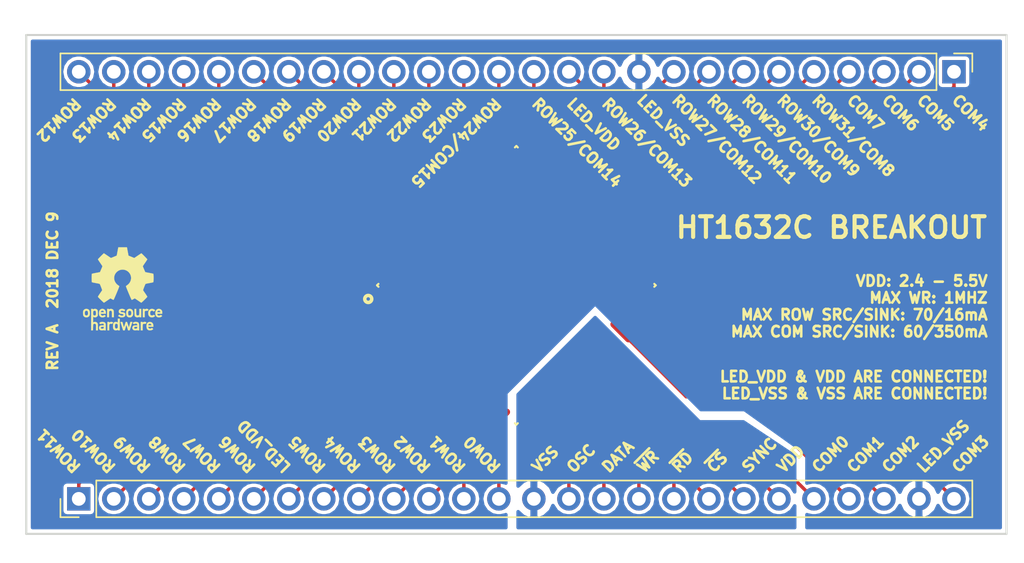
<source format=kicad_pcb>
(kicad_pcb (version 20171130) (host pcbnew "(5.0.1)-4")

  (general
    (thickness 1.6)
    (drawings 60)
    (tracks 171)
    (zones 0)
    (modules 4)
    (nets 52)
  )

  (page A4)
  (layers
    (0 F.Cu signal)
    (31 B.Cu signal)
    (32 B.Adhes user)
    (33 F.Adhes user)
    (34 B.Paste user)
    (35 F.Paste user)
    (36 B.SilkS user)
    (37 F.SilkS user)
    (38 B.Mask user)
    (39 F.Mask user)
    (40 Dwgs.User user)
    (41 Cmts.User user)
    (42 Eco1.User user)
    (43 Eco2.User user)
    (44 Edge.Cuts user)
    (45 Margin user)
    (46 B.CrtYd user)
    (47 F.CrtYd user)
    (48 B.Fab user)
    (49 F.Fab user)
  )

  (setup
    (last_trace_width 0.25)
    (trace_clearance 0.2)
    (zone_clearance 0.254)
    (zone_45_only no)
    (trace_min 0.2)
    (segment_width 0.2)
    (edge_width 0.15)
    (via_size 0.8)
    (via_drill 0.4)
    (via_min_size 0.4)
    (via_min_drill 0.3)
    (uvia_size 0.3)
    (uvia_drill 0.1)
    (uvias_allowed no)
    (uvia_min_size 0.2)
    (uvia_min_drill 0.1)
    (pcb_text_width 0.3)
    (pcb_text_size 1.5 1.5)
    (mod_edge_width 0.15)
    (mod_text_size 1 1)
    (mod_text_width 0.15)
    (pad_size 1.524 1.524)
    (pad_drill 0.762)
    (pad_to_mask_clearance 0.051)
    (solder_mask_min_width 0.25)
    (aux_axis_origin 0 0)
    (visible_elements FFFFFF7F)
    (pcbplotparams
      (layerselection 0x010f0_ffffffff)
      (usegerberextensions false)
      (usegerberattributes false)
      (usegerberadvancedattributes false)
      (creategerberjobfile false)
      (excludeedgelayer true)
      (linewidth 0.100000)
      (plotframeref false)
      (viasonmask false)
      (mode 1)
      (useauxorigin false)
      (hpglpennumber 1)
      (hpglpenspeed 20)
      (hpglpendiameter 15.000000)
      (psnegative false)
      (psa4output false)
      (plotreference true)
      (plotvalue true)
      (plotinvisibletext false)
      (padsonsilk false)
      (subtractmaskfromsilk false)
      (outputformat 1)
      (mirror false)
      (drillshape 0)
      (scaleselection 1)
      (outputdirectory "gerbers_ht1632c_to_dip"))
  )

  (net 0 "")
  (net 1 /1)
  (net 2 /2)
  (net 3 /3)
  (net 4 /4)
  (net 5 /5)
  (net 6 /6)
  (net 7 /7)
  (net 8 /8)
  (net 9 /9)
  (net 10 /10)
  (net 11 /11)
  (net 12 /12)
  (net 13 /13)
  (net 14 /14)
  (net 15 /15)
  (net 16 /16)
  (net 17 /17)
  (net 18 /18)
  (net 19 /19)
  (net 20 /20)
  (net 21 /21)
  (net 22 /22)
  (net 23 /23)
  (net 24 /24)
  (net 25 /25)
  (net 26 /26)
  (net 27 /52)
  (net 28 /51)
  (net 29 /50)
  (net 30 /49)
  (net 31 /48)
  (net 32 /47)
  (net 33 /46)
  (net 34 /45)
  (net 35 /44)
  (net 36 /43)
  (net 37 /42)
  (net 38 /41)
  (net 39 /40)
  (net 40 /39)
  (net 41 /38)
  (net 42 /37)
  (net 43 /35)
  (net 44 /34)
  (net 45 /33)
  (net 46 /32)
  (net 47 /31)
  (net 48 /30)
  (net 49 /29)
  (net 50 /28)
  (net 51 /27)

  (net_class Default "This is the default net class."
    (clearance 0.2)
    (trace_width 0.25)
    (via_dia 0.8)
    (via_drill 0.4)
    (uvia_dia 0.3)
    (uvia_drill 0.1)
    (add_net /1)
    (add_net /10)
    (add_net /11)
    (add_net /12)
    (add_net /13)
    (add_net /14)
    (add_net /15)
    (add_net /16)
    (add_net /17)
    (add_net /18)
    (add_net /19)
    (add_net /2)
    (add_net /20)
    (add_net /21)
    (add_net /22)
    (add_net /23)
    (add_net /24)
    (add_net /25)
    (add_net /26)
    (add_net /27)
    (add_net /28)
    (add_net /29)
    (add_net /3)
    (add_net /30)
    (add_net /31)
    (add_net /32)
    (add_net /33)
    (add_net /34)
    (add_net /35)
    (add_net /37)
    (add_net /38)
    (add_net /39)
    (add_net /4)
    (add_net /40)
    (add_net /41)
    (add_net /42)
    (add_net /43)
    (add_net /44)
    (add_net /45)
    (add_net /46)
    (add_net /47)
    (add_net /48)
    (add_net /49)
    (add_net /5)
    (add_net /50)
    (add_net /51)
    (add_net /52)
    (add_net /6)
    (add_net /7)
    (add_net /8)
    (add_net /9)
  )

  (module Connector_PinHeader_2.54mm:PinHeader_1x26_P2.54mm_Vertical (layer F.Cu) (tedit 5C0DB109) (tstamp 5C0DC61A)
    (at 77.47 93.98 90)
    (descr "Through hole straight pin header, 1x26, 2.54mm pitch, single row")
    (tags "Through hole pin header THT 1x26 2.54mm single row")
    (path /5C0D9A64)
    (fp_text reference J1 (at 0 -2.33 90) (layer F.SilkS) hide
      (effects (font (size 1 1) (thickness 0.15)))
    )
    (fp_text value Conn_01x26 (at 0 65.83 90) (layer F.Fab)
      (effects (font (size 1 1) (thickness 0.15)))
    )
    (fp_line (start -0.635 -1.27) (end 1.27 -1.27) (layer F.Fab) (width 0.1))
    (fp_line (start 1.27 -1.27) (end 1.27 64.77) (layer F.Fab) (width 0.1))
    (fp_line (start 1.27 64.77) (end -1.27 64.77) (layer F.Fab) (width 0.1))
    (fp_line (start -1.27 64.77) (end -1.27 -0.635) (layer F.Fab) (width 0.1))
    (fp_line (start -1.27 -0.635) (end -0.635 -1.27) (layer F.Fab) (width 0.1))
    (fp_line (start -1.33 64.83) (end 1.33 64.83) (layer F.SilkS) (width 0.12))
    (fp_line (start -1.33 1.27) (end -1.33 64.83) (layer F.SilkS) (width 0.12))
    (fp_line (start 1.33 1.27) (end 1.33 64.83) (layer F.SilkS) (width 0.12))
    (fp_line (start -1.33 1.27) (end 1.33 1.27) (layer F.SilkS) (width 0.12))
    (fp_line (start -1.33 0) (end -1.33 -1.33) (layer F.SilkS) (width 0.12))
    (fp_line (start -1.33 -1.33) (end 0 -1.33) (layer F.SilkS) (width 0.12))
    (fp_line (start -1.8 -1.8) (end -1.8 65.3) (layer F.CrtYd) (width 0.05))
    (fp_line (start -1.8 65.3) (end 1.8 65.3) (layer F.CrtYd) (width 0.05))
    (fp_line (start 1.8 65.3) (end 1.8 -1.8) (layer F.CrtYd) (width 0.05))
    (fp_line (start 1.8 -1.8) (end -1.8 -1.8) (layer F.CrtYd) (width 0.05))
    (fp_text user %R (at 0 31.75 180) (layer F.Fab)
      (effects (font (size 1 1) (thickness 0.15)))
    )
    (pad 1 thru_hole rect (at 0 0 90) (size 1.7 1.7) (drill 1) (layers *.Cu *.Mask)
      (net 1 /1))
    (pad 2 thru_hole oval (at 0 2.54 90) (size 1.7 1.7) (drill 1) (layers *.Cu *.Mask)
      (net 2 /2))
    (pad 3 thru_hole oval (at 0 5.08 90) (size 1.7 1.7) (drill 1) (layers *.Cu *.Mask)
      (net 3 /3))
    (pad 4 thru_hole oval (at 0 7.62 90) (size 1.7 1.7) (drill 1) (layers *.Cu *.Mask)
      (net 4 /4))
    (pad 5 thru_hole oval (at 0 10.16 90) (size 1.7 1.7) (drill 1) (layers *.Cu *.Mask)
      (net 5 /5))
    (pad 6 thru_hole oval (at 0 12.7 90) (size 1.7 1.7) (drill 1) (layers *.Cu *.Mask)
      (net 6 /6))
    (pad 7 thru_hole oval (at 0 15.24 90) (size 1.7 1.7) (drill 1) (layers *.Cu *.Mask)
      (net 7 /7))
    (pad 8 thru_hole oval (at 0 17.78 90) (size 1.7 1.7) (drill 1) (layers *.Cu *.Mask)
      (net 8 /8))
    (pad 9 thru_hole oval (at 0 20.32 90) (size 1.7 1.7) (drill 1) (layers *.Cu *.Mask)
      (net 9 /9))
    (pad 10 thru_hole oval (at 0 22.86 90) (size 1.7 1.7) (drill 1) (layers *.Cu *.Mask)
      (net 10 /10))
    (pad 11 thru_hole oval (at 0 25.4 90) (size 1.7 1.7) (drill 1) (layers *.Cu *.Mask)
      (net 11 /11))
    (pad 12 thru_hole oval (at 0 27.94 90) (size 1.7 1.7) (drill 1) (layers *.Cu *.Mask)
      (net 12 /12))
    (pad 13 thru_hole oval (at 0 30.48 90) (size 1.7 1.7) (drill 1) (layers *.Cu *.Mask)
      (net 13 /13))
    (pad 14 thru_hole oval (at 0 33.02 90) (size 1.7 1.7) (drill 1) (layers *.Cu *.Mask)
      (net 14 /14))
    (pad 15 thru_hole oval (at 0 35.56 90) (size 1.7 1.7) (drill 1) (layers *.Cu *.Mask)
      (net 15 /15))
    (pad 16 thru_hole oval (at 0 38.1 90) (size 1.7 1.7) (drill 1) (layers *.Cu *.Mask)
      (net 16 /16))
    (pad 17 thru_hole oval (at 0 40.64 90) (size 1.7 1.7) (drill 1) (layers *.Cu *.Mask)
      (net 17 /17))
    (pad 18 thru_hole oval (at 0 43.18 90) (size 1.7 1.7) (drill 1) (layers *.Cu *.Mask)
      (net 18 /18))
    (pad 19 thru_hole oval (at 0 45.72 90) (size 1.7 1.7) (drill 1) (layers *.Cu *.Mask)
      (net 19 /19))
    (pad 20 thru_hole oval (at 0 48.26 90) (size 1.7 1.7) (drill 1) (layers *.Cu *.Mask)
      (net 20 /20))
    (pad 21 thru_hole oval (at 0 50.8 90) (size 1.7 1.7) (drill 1) (layers *.Cu *.Mask)
      (net 21 /21))
    (pad 22 thru_hole oval (at 0 53.34 90) (size 1.7 1.7) (drill 1) (layers *.Cu *.Mask)
      (net 22 /22))
    (pad 23 thru_hole oval (at 0 55.88 90) (size 1.7 1.7) (drill 1) (layers *.Cu *.Mask)
      (net 23 /23))
    (pad 24 thru_hole oval (at 0 58.42 90) (size 1.7 1.7) (drill 1) (layers *.Cu *.Mask)
      (net 24 /24))
    (pad 25 thru_hole oval (at 0 60.96 90) (size 1.7 1.7) (drill 1) (layers *.Cu *.Mask)
      (net 25 /25))
    (pad 26 thru_hole oval (at 0 63.5 90) (size 1.7 1.7) (drill 1) (layers *.Cu *.Mask)
      (net 26 /26))
    (model ${KISYS3DMOD}/Connector_PinHeader_2.54mm.3dshapes/PinHeader_1x26_P2.54mm_Vertical.wrl
      (at (xyz 0 0 0))
      (scale (xyz 1 1 1))
      (rotate (xyz 0 0 0))
    )
  )

  (module Connector_PinHeader_2.54mm:PinHeader_1x26_P2.54mm_Vertical (layer F.Cu) (tedit 5C0DB113) (tstamp 5C0DBA13)
    (at 140.97 62.992 270)
    (descr "Through hole straight pin header, 1x26, 2.54mm pitch, single row")
    (tags "Through hole pin header THT 1x26 2.54mm single row")
    (path /5C0D9A8A)
    (fp_text reference J2 (at 0 -2.33 270) (layer F.SilkS) hide
      (effects (font (size 1 1) (thickness 0.15)))
    )
    (fp_text value Conn_01x26 (at 0 65.83 270) (layer F.Fab)
      (effects (font (size 1 1) (thickness 0.15)))
    )
    (fp_text user %R (at 0 31.75) (layer F.Fab)
      (effects (font (size 1 1) (thickness 0.15)))
    )
    (fp_line (start 1.8 -1.8) (end -1.8 -1.8) (layer F.CrtYd) (width 0.05))
    (fp_line (start 1.8 65.3) (end 1.8 -1.8) (layer F.CrtYd) (width 0.05))
    (fp_line (start -1.8 65.3) (end 1.8 65.3) (layer F.CrtYd) (width 0.05))
    (fp_line (start -1.8 -1.8) (end -1.8 65.3) (layer F.CrtYd) (width 0.05))
    (fp_line (start -1.33 -1.33) (end 0 -1.33) (layer F.SilkS) (width 0.12))
    (fp_line (start -1.33 0) (end -1.33 -1.33) (layer F.SilkS) (width 0.12))
    (fp_line (start -1.33 1.27) (end 1.33 1.27) (layer F.SilkS) (width 0.12))
    (fp_line (start 1.33 1.27) (end 1.33 64.83) (layer F.SilkS) (width 0.12))
    (fp_line (start -1.33 1.27) (end -1.33 64.83) (layer F.SilkS) (width 0.12))
    (fp_line (start -1.33 64.83) (end 1.33 64.83) (layer F.SilkS) (width 0.12))
    (fp_line (start -1.27 -0.635) (end -0.635 -1.27) (layer F.Fab) (width 0.1))
    (fp_line (start -1.27 64.77) (end -1.27 -0.635) (layer F.Fab) (width 0.1))
    (fp_line (start 1.27 64.77) (end -1.27 64.77) (layer F.Fab) (width 0.1))
    (fp_line (start 1.27 -1.27) (end 1.27 64.77) (layer F.Fab) (width 0.1))
    (fp_line (start -0.635 -1.27) (end 1.27 -1.27) (layer F.Fab) (width 0.1))
    (pad 26 thru_hole oval (at 0 63.5 270) (size 1.7 1.7) (drill 1) (layers *.Cu *.Mask)
      (net 27 /52))
    (pad 25 thru_hole oval (at 0 60.96 270) (size 1.7 1.7) (drill 1) (layers *.Cu *.Mask)
      (net 28 /51))
    (pad 24 thru_hole oval (at 0 58.42 270) (size 1.7 1.7) (drill 1) (layers *.Cu *.Mask)
      (net 29 /50))
    (pad 23 thru_hole oval (at 0 55.88 270) (size 1.7 1.7) (drill 1) (layers *.Cu *.Mask)
      (net 30 /49))
    (pad 22 thru_hole oval (at 0 53.34 270) (size 1.7 1.7) (drill 1) (layers *.Cu *.Mask)
      (net 31 /48))
    (pad 21 thru_hole oval (at 0 50.8 270) (size 1.7 1.7) (drill 1) (layers *.Cu *.Mask)
      (net 32 /47))
    (pad 20 thru_hole oval (at 0 48.26 270) (size 1.7 1.7) (drill 1) (layers *.Cu *.Mask)
      (net 33 /46))
    (pad 19 thru_hole oval (at 0 45.72 270) (size 1.7 1.7) (drill 1) (layers *.Cu *.Mask)
      (net 34 /45))
    (pad 18 thru_hole oval (at 0 43.18 270) (size 1.7 1.7) (drill 1) (layers *.Cu *.Mask)
      (net 35 /44))
    (pad 17 thru_hole oval (at 0 40.64 270) (size 1.7 1.7) (drill 1) (layers *.Cu *.Mask)
      (net 36 /43))
    (pad 16 thru_hole oval (at 0 38.1 270) (size 1.7 1.7) (drill 1) (layers *.Cu *.Mask)
      (net 37 /42))
    (pad 15 thru_hole oval (at 0 35.56 270) (size 1.7 1.7) (drill 1) (layers *.Cu *.Mask)
      (net 38 /41))
    (pad 14 thru_hole oval (at 0 33.02 270) (size 1.7 1.7) (drill 1) (layers *.Cu *.Mask)
      (net 39 /40))
    (pad 13 thru_hole oval (at 0 30.48 270) (size 1.7 1.7) (drill 1) (layers *.Cu *.Mask)
      (net 40 /39))
    (pad 12 thru_hole oval (at 0 27.94 270) (size 1.7 1.7) (drill 1) (layers *.Cu *.Mask)
      (net 41 /38))
    (pad 11 thru_hole oval (at 0 25.4 270) (size 1.7 1.7) (drill 1) (layers *.Cu *.Mask)
      (net 42 /37))
    (pad 10 thru_hole oval (at 0 22.86 270) (size 1.7 1.7) (drill 1) (layers *.Cu *.Mask)
      (net 25 /25))
    (pad 9 thru_hole oval (at 0 20.32 270) (size 1.7 1.7) (drill 1) (layers *.Cu *.Mask)
      (net 43 /35))
    (pad 8 thru_hole oval (at 0 17.78 270) (size 1.7 1.7) (drill 1) (layers *.Cu *.Mask)
      (net 44 /34))
    (pad 7 thru_hole oval (at 0 15.24 270) (size 1.7 1.7) (drill 1) (layers *.Cu *.Mask)
      (net 45 /33))
    (pad 6 thru_hole oval (at 0 12.7 270) (size 1.7 1.7) (drill 1) (layers *.Cu *.Mask)
      (net 46 /32))
    (pad 5 thru_hole oval (at 0 10.16 270) (size 1.7 1.7) (drill 1) (layers *.Cu *.Mask)
      (net 47 /31))
    (pad 4 thru_hole oval (at 0 7.62 270) (size 1.7 1.7) (drill 1) (layers *.Cu *.Mask)
      (net 48 /30))
    (pad 3 thru_hole oval (at 0 5.08 270) (size 1.7 1.7) (drill 1) (layers *.Cu *.Mask)
      (net 49 /29))
    (pad 2 thru_hole oval (at 0 2.54 270) (size 1.7 1.7) (drill 1) (layers *.Cu *.Mask)
      (net 50 /28))
    (pad 1 thru_hole rect (at 0 0 270) (size 1.7 1.7) (drill 1) (layers *.Cu *.Mask)
      (net 51 /27))
    (model ${KISYS3DMOD}/Connector_PinHeader_2.54mm.3dshapes/PinHeader_1x26_P2.54mm_Vertical.wrl
      (at (xyz 0 0 0))
      (scale (xyz 1 1 1))
      (rotate (xyz 0 0 0))
    )
  )

  (module lmarv:QFP-52_14x14_Pitch1mm (layer F.Cu) (tedit 5C0DB125) (tstamp 5C0DBA5D)
    (at 109.22 78.486 45)
    (path /5C0D99D7)
    (attr smd)
    (fp_text reference U1 (at 10.16 0 135) (layer F.SilkS) hide
      (effects (font (size 1 1) (thickness 0.15)))
    )
    (fp_text value HT1632C (at 0 9.75 45) (layer F.Fab)
      (effects (font (size 1 1) (thickness 0.15)))
    )
    (fp_line (start -6 -7) (end -7 -6) (layer F.Fab) (width 0.15))
    (fp_line (start -7 -6) (end -7 7) (layer F.Fab) (width 0.15))
    (fp_line (start -7 7) (end 7 7) (layer F.Fab) (width 0.15))
    (fp_line (start 7 7) (end 7 -7) (layer F.Fab) (width 0.15))
    (fp_line (start 7 -7) (end -6 -7) (layer F.Fab) (width 0.15))
    (fp_line (start -7 -7.15) (end -7.15 -7.15) (layer F.SilkS) (width 0.15))
    (fp_line (start -7.15 -7.15) (end -7.15 -7) (layer F.SilkS) (width 0.15))
    (fp_line (start 7 -7.15) (end 7.15 -7.15) (layer F.SilkS) (width 0.15))
    (fp_line (start 7.15 -7.15) (end 7.15 -7) (layer F.SilkS) (width 0.15))
    (fp_line (start -7 7.15) (end -7.15 7.15) (layer F.SilkS) (width 0.15))
    (fp_line (start -7.15 7.15) (end -7.15 7) (layer F.SilkS) (width 0.15))
    (fp_line (start 7 7.15) (end 7.15 7.15) (layer F.SilkS) (width 0.15))
    (fp_line (start 7.15 7.15) (end 7.15 7) (layer F.SilkS) (width 0.15))
    (fp_line (start -9 -9) (end 9 -9) (layer F.CrtYd) (width 0.05))
    (fp_line (start 9 -9) (end 9 9) (layer F.CrtYd) (width 0.05))
    (fp_line (start 9 9) (end -9 9) (layer F.CrtYd) (width 0.05))
    (fp_line (start -9 9) (end -9 -9) (layer F.CrtYd) (width 0.05))
    (fp_circle (center -8.3 -6.9) (end -8.173 -6.9) (layer F.SilkS) (width 0.254))
    (pad 1 smd oval (at -7.75 -6 135) (size 0.5 2) (layers F.Cu F.Paste F.Mask)
      (net 1 /1))
    (pad 2 smd oval (at -7.75 -5 135) (size 0.5 2) (layers F.Cu F.Paste F.Mask)
      (net 2 /2))
    (pad 3 smd oval (at -7.75 -4 135) (size 0.5 2) (layers F.Cu F.Paste F.Mask)
      (net 3 /3))
    (pad 4 smd oval (at -7.75 -3 135) (size 0.5 2) (layers F.Cu F.Paste F.Mask)
      (net 4 /4))
    (pad 5 smd oval (at -7.75 -2 135) (size 0.5 2) (layers F.Cu F.Paste F.Mask)
      (net 5 /5))
    (pad 6 smd oval (at -7.75 -1 135) (size 0.5 2) (layers F.Cu F.Paste F.Mask)
      (net 6 /6))
    (pad 7 smd oval (at -7.75 0 135) (size 0.5 2) (layers F.Cu F.Paste F.Mask)
      (net 7 /7))
    (pad 8 smd oval (at -7.75 1 135) (size 0.5 2) (layers F.Cu F.Paste F.Mask)
      (net 8 /8))
    (pad 9 smd oval (at -7.75 2 135) (size 0.5 2) (layers F.Cu F.Paste F.Mask)
      (net 9 /9))
    (pad 10 smd oval (at -7.75 3 135) (size 0.5 2) (layers F.Cu F.Paste F.Mask)
      (net 10 /10))
    (pad 11 smd oval (at -7.75 4 135) (size 0.5 2) (layers F.Cu F.Paste F.Mask)
      (net 11 /11))
    (pad 12 smd oval (at -7.75 5 135) (size 0.5 2) (layers F.Cu F.Paste F.Mask)
      (net 12 /12))
    (pad 13 smd oval (at -7.75 6 135) (size 0.5 2) (layers F.Cu F.Paste F.Mask)
      (net 13 /13))
    (pad 14 smd oval (at -6 7.75 45) (size 0.5 2) (layers F.Cu F.Paste F.Mask)
      (net 14 /14))
    (pad 15 smd oval (at -5 7.75 45) (size 0.5 2) (layers F.Cu F.Paste F.Mask)
      (net 15 /15))
    (pad 16 smd oval (at -4 7.75 45) (size 0.5 2) (layers F.Cu F.Paste F.Mask)
      (net 16 /16))
    (pad 17 smd oval (at -3 7.75 45) (size 0.5 2) (layers F.Cu F.Paste F.Mask)
      (net 17 /17))
    (pad 18 smd oval (at -2 7.75 45) (size 0.5 2) (layers F.Cu F.Paste F.Mask)
      (net 18 /18))
    (pad 19 smd oval (at -1 7.75 45) (size 0.5 2) (layers F.Cu F.Paste F.Mask)
      (net 19 /19))
    (pad 20 smd oval (at 0 7.75 45) (size 0.5 2) (layers F.Cu F.Paste F.Mask)
      (net 20 /20))
    (pad 21 smd oval (at 1 7.75 45) (size 0.5 2) (layers F.Cu F.Paste F.Mask)
      (net 21 /21))
    (pad 22 smd oval (at 2 7.75 45) (size 0.5 2) (layers F.Cu F.Paste F.Mask)
      (net 22 /22))
    (pad 23 smd oval (at 3 7.75 45) (size 0.5 2) (layers F.Cu F.Paste F.Mask)
      (net 23 /23))
    (pad 24 smd oval (at 4 7.75 45) (size 0.5 2) (layers F.Cu F.Paste F.Mask)
      (net 24 /24))
    (pad 25 smd oval (at 5 7.75 45) (size 0.5 2) (layers F.Cu F.Paste F.Mask)
      (net 25 /25))
    (pad 26 smd oval (at 6 7.75 45) (size 0.5 2) (layers F.Cu F.Paste F.Mask)
      (net 26 /26))
    (pad 27 smd oval (at 7.75 6 135) (size 0.5 2) (layers F.Cu F.Paste F.Mask)
      (net 51 /27))
    (pad 28 smd oval (at 7.75 5 135) (size 0.5 2) (layers F.Cu F.Paste F.Mask)
      (net 50 /28))
    (pad 29 smd oval (at 7.75 4 135) (size 0.5 2) (layers F.Cu F.Paste F.Mask)
      (net 49 /29))
    (pad 30 smd oval (at 7.75 3 135) (size 0.5 2) (layers F.Cu F.Paste F.Mask)
      (net 48 /30))
    (pad 31 smd oval (at 7.75 2 135) (size 0.5 2) (layers F.Cu F.Paste F.Mask)
      (net 47 /31))
    (pad 32 smd oval (at 7.75 1 135) (size 0.5 2) (layers F.Cu F.Paste F.Mask)
      (net 46 /32))
    (pad 33 smd oval (at 7.75 0 135) (size 0.5 2) (layers F.Cu F.Paste F.Mask)
      (net 45 /33))
    (pad 34 smd oval (at 7.75 -1 135) (size 0.5 2) (layers F.Cu F.Paste F.Mask)
      (net 44 /34))
    (pad 35 smd oval (at 7.75 -2 135) (size 0.5 2) (layers F.Cu F.Paste F.Mask)
      (net 43 /35))
    (pad 36 smd oval (at 7.75 -3 135) (size 0.5 2) (layers F.Cu F.Paste F.Mask)
      (net 25 /25))
    (pad 37 smd oval (at 7.75 -4 135) (size 0.5 2) (layers F.Cu F.Paste F.Mask)
      (net 42 /37))
    (pad 38 smd oval (at 7.75 -5 135) (size 0.5 2) (layers F.Cu F.Paste F.Mask)
      (net 41 /38))
    (pad 39 smd oval (at 7.75 -6 135) (size 0.5 2) (layers F.Cu F.Paste F.Mask)
      (net 40 /39))
    (pad 40 smd oval (at 6 -7.75 45) (size 0.5 2) (layers F.Cu F.Paste F.Mask)
      (net 39 /40))
    (pad 41 smd oval (at 5 -7.75 45) (size 0.5 2) (layers F.Cu F.Paste F.Mask)
      (net 38 /41))
    (pad 42 smd oval (at 4 -7.75 45) (size 0.5 2) (layers F.Cu F.Paste F.Mask)
      (net 37 /42))
    (pad 43 smd oval (at 3 -7.75 45) (size 0.5 2) (layers F.Cu F.Paste F.Mask)
      (net 36 /43))
    (pad 44 smd oval (at 2 -7.75 45) (size 0.5 2) (layers F.Cu F.Paste F.Mask)
      (net 35 /44))
    (pad 45 smd oval (at 1 -7.75 45) (size 0.5 2) (layers F.Cu F.Paste F.Mask)
      (net 34 /45))
    (pad 46 smd oval (at 0 -7.75 45) (size 0.5 2) (layers F.Cu F.Paste F.Mask)
      (net 33 /46))
    (pad 47 smd oval (at -1 -7.75 45) (size 0.5 2) (layers F.Cu F.Paste F.Mask)
      (net 32 /47))
    (pad 48 smd oval (at -2 -7.75 45) (size 0.5 2) (layers F.Cu F.Paste F.Mask)
      (net 31 /48))
    (pad 49 smd oval (at -3 -7.75 45) (size 0.5 2) (layers F.Cu F.Paste F.Mask)
      (net 30 /49))
    (pad 50 smd oval (at -4 -7.75 45) (size 0.5 2) (layers F.Cu F.Paste F.Mask)
      (net 29 /50))
    (pad 51 smd oval (at -5 -7.75 45) (size 0.5 2) (layers F.Cu F.Paste F.Mask)
      (net 28 /51))
    (pad 52 smd oval (at -6 -7.75 45) (size 0.5 2) (layers F.Cu F.Paste F.Mask)
      (net 27 /52))
    (model "F:/KiCad Projects/lmarv/3dshapes/qfp52_P1mm_14x14mm_v3_cp.wrl"
      (at (xyz 0 0 0))
      (scale (xyz 1 1 1))
      (rotate (xyz 0 0 0))
    )
  )

  (module Symbol:OSHW-Logo_5.7x6mm_SilkScreen (layer F.Cu) (tedit 0) (tstamp 5C0DF0B4)
    (at 80.645 78.74)
    (descr "Open Source Hardware Logo")
    (tags "Logo OSHW")
    (attr virtual)
    (fp_text reference REF** (at 0 0) (layer F.SilkS) hide
      (effects (font (size 1 1) (thickness 0.15)))
    )
    (fp_text value OSHW-Logo_5.7x6mm_SilkScreen (at 0.75 0) (layer F.Fab) hide
      (effects (font (size 1 1) (thickness 0.15)))
    )
    (fp_poly (pts (xy 0.376964 -2.709982) (xy 0.433812 -2.40843) (xy 0.853338 -2.235488) (xy 1.104984 -2.406605)
      (xy 1.175458 -2.45425) (xy 1.239163 -2.49679) (xy 1.293126 -2.532285) (xy 1.334373 -2.55879)
      (xy 1.359934 -2.574364) (xy 1.366895 -2.577722) (xy 1.379435 -2.569086) (xy 1.406231 -2.545208)
      (xy 1.44428 -2.509141) (xy 1.490579 -2.463933) (xy 1.542123 -2.412636) (xy 1.595909 -2.358299)
      (xy 1.648935 -2.303972) (xy 1.698195 -2.252705) (xy 1.740687 -2.207549) (xy 1.773407 -2.171554)
      (xy 1.793351 -2.14777) (xy 1.798119 -2.13981) (xy 1.791257 -2.125135) (xy 1.77202 -2.092986)
      (xy 1.74243 -2.046508) (xy 1.70451 -1.988844) (xy 1.660282 -1.92314) (xy 1.634654 -1.885664)
      (xy 1.587941 -1.817232) (xy 1.546432 -1.75548) (xy 1.51214 -1.703481) (xy 1.48708 -1.664308)
      (xy 1.473264 -1.641035) (xy 1.471188 -1.636145) (xy 1.475895 -1.622245) (xy 1.488723 -1.58985)
      (xy 1.507738 -1.543515) (xy 1.531003 -1.487794) (xy 1.556584 -1.427242) (xy 1.582545 -1.366414)
      (xy 1.60695 -1.309864) (xy 1.627863 -1.262148) (xy 1.643349 -1.227819) (xy 1.651472 -1.211432)
      (xy 1.651952 -1.210788) (xy 1.664707 -1.207659) (xy 1.698677 -1.200679) (xy 1.75034 -1.190533)
      (xy 1.816176 -1.177908) (xy 1.892664 -1.163491) (xy 1.93729 -1.155177) (xy 2.019021 -1.139616)
      (xy 2.092843 -1.124808) (xy 2.155021 -1.111564) (xy 2.201822 -1.100695) (xy 2.229509 -1.093011)
      (xy 2.235074 -1.090573) (xy 2.240526 -1.07407) (xy 2.244924 -1.0368) (xy 2.248272 -0.98312)
      (xy 2.250574 -0.917388) (xy 2.251832 -0.843963) (xy 2.252048 -0.767204) (xy 2.251227 -0.691468)
      (xy 2.249371 -0.621114) (xy 2.246482 -0.5605) (xy 2.242565 -0.513984) (xy 2.237622 -0.485925)
      (xy 2.234657 -0.480084) (xy 2.216934 -0.473083) (xy 2.179381 -0.463073) (xy 2.126964 -0.451231)
      (xy 2.064652 -0.438733) (xy 2.0429 -0.43469) (xy 1.938024 -0.41548) (xy 1.85518 -0.400009)
      (xy 1.79163 -0.387663) (xy 1.744637 -0.377827) (xy 1.711463 -0.369886) (xy 1.689371 -0.363224)
      (xy 1.675624 -0.357227) (xy 1.667484 -0.351281) (xy 1.666345 -0.350106) (xy 1.654977 -0.331174)
      (xy 1.637635 -0.294331) (xy 1.61605 -0.244087) (xy 1.591954 -0.184954) (xy 1.567079 -0.121444)
      (xy 1.543157 -0.058068) (xy 1.521919 0.000662) (xy 1.505097 0.050235) (xy 1.494422 0.086139)
      (xy 1.491627 0.103862) (xy 1.49186 0.104483) (xy 1.501331 0.11897) (xy 1.522818 0.150844)
      (xy 1.554063 0.196789) (xy 1.592807 0.253485) (xy 1.636793 0.317617) (xy 1.649319 0.335842)
      (xy 1.693984 0.401914) (xy 1.733288 0.4622) (xy 1.765088 0.513235) (xy 1.787245 0.55156)
      (xy 1.797617 0.573711) (xy 1.798119 0.576432) (xy 1.789405 0.590736) (xy 1.765325 0.619072)
      (xy 1.728976 0.658396) (xy 1.683453 0.705661) (xy 1.631852 0.757823) (xy 1.577267 0.811835)
      (xy 1.522794 0.864653) (xy 1.471529 0.913231) (xy 1.426567 0.954523) (xy 1.391004 0.985485)
      (xy 1.367935 1.00307) (xy 1.361554 1.005941) (xy 1.346699 0.999178) (xy 1.316286 0.980939)
      (xy 1.275268 0.954297) (xy 1.243709 0.932852) (xy 1.186525 0.893503) (xy 1.118806 0.847171)
      (xy 1.05088 0.800913) (xy 1.014361 0.776155) (xy 0.890752 0.692547) (xy 0.786991 0.74865)
      (xy 0.73972 0.773228) (xy 0.699523 0.792331) (xy 0.672326 0.803227) (xy 0.665402 0.804743)
      (xy 0.657077 0.793549) (xy 0.640654 0.761917) (xy 0.617357 0.712765) (xy 0.588414 0.64901)
      (xy 0.55505 0.573571) (xy 0.518491 0.489364) (xy 0.479964 0.399308) (xy 0.440694 0.306321)
      (xy 0.401908 0.21332) (xy 0.36483 0.123223) (xy 0.330689 0.038948) (xy 0.300708 -0.036587)
      (xy 0.276116 -0.100466) (xy 0.258136 -0.149769) (xy 0.247997 -0.181579) (xy 0.246366 -0.192504)
      (xy 0.259291 -0.206439) (xy 0.287589 -0.22906) (xy 0.325346 -0.255667) (xy 0.328515 -0.257772)
      (xy 0.4261 -0.335886) (xy 0.504786 -0.427018) (xy 0.563891 -0.528255) (xy 0.602732 -0.636682)
      (xy 0.620628 -0.749386) (xy 0.616897 -0.863452) (xy 0.590857 -0.975966) (xy 0.541825 -1.084015)
      (xy 0.5274 -1.107655) (xy 0.452369 -1.203113) (xy 0.36373 -1.279768) (xy 0.264549 -1.33722)
      (xy 0.157895 -1.375071) (xy 0.046836 -1.392922) (xy -0.065561 -1.390375) (xy -0.176227 -1.36703)
      (xy -0.282094 -1.32249) (xy -0.380095 -1.256355) (xy -0.41041 -1.229513) (xy -0.487562 -1.145488)
      (xy -0.543782 -1.057034) (xy -0.582347 -0.957885) (xy -0.603826 -0.859697) (xy -0.609128 -0.749303)
      (xy -0.591448 -0.63836) (xy -0.552581 -0.530619) (xy -0.494323 -0.429831) (xy -0.418469 -0.339744)
      (xy -0.326817 -0.264108) (xy -0.314772 -0.256136) (xy -0.276611 -0.230026) (xy -0.247601 -0.207405)
      (xy -0.233732 -0.192961) (xy -0.233531 -0.192504) (xy -0.236508 -0.176879) (xy -0.248311 -0.141418)
      (xy -0.267714 -0.089038) (xy -0.293488 -0.022655) (xy -0.324409 0.054814) (xy -0.359249 0.14045)
      (xy -0.396783 0.231337) (xy -0.435783 0.324559) (xy -0.475023 0.417197) (xy -0.513276 0.506335)
      (xy -0.549317 0.589055) (xy -0.581917 0.662441) (xy -0.609852 0.723575) (xy -0.631895 0.769541)
      (xy -0.646818 0.797421) (xy -0.652828 0.804743) (xy -0.671191 0.799041) (xy -0.705552 0.783749)
      (xy -0.749984 0.761599) (xy -0.774417 0.74865) (xy -0.878178 0.692547) (xy -1.001787 0.776155)
      (xy -1.064886 0.818987) (xy -1.13397 0.866122) (xy -1.198707 0.910503) (xy -1.231134 0.932852)
      (xy -1.276741 0.963477) (xy -1.31536 0.987747) (xy -1.341952 1.002587) (xy -1.35059 1.005724)
      (xy -1.363161 0.997261) (xy -1.390984 0.973636) (xy -1.431361 0.937302) (xy -1.481595 0.890711)
      (xy -1.538988 0.836317) (xy -1.575286 0.801392) (xy -1.63879 0.738996) (xy -1.693673 0.683188)
      (xy -1.737714 0.636354) (xy -1.768695 0.600882) (xy -1.784398 0.579161) (xy -1.785905 0.574752)
      (xy -1.778914 0.557985) (xy -1.759594 0.524082) (xy -1.730091 0.476476) (xy -1.692545 0.418599)
      (xy -1.6491 0.353884) (xy -1.636745 0.335842) (xy -1.591727 0.270267) (xy -1.55134 0.211228)
      (xy -1.51784 0.162042) (xy -1.493486 0.126028) (xy -1.480536 0.106502) (xy -1.479285 0.104483)
      (xy -1.481156 0.088922) (xy -1.491087 0.054709) (xy -1.507347 0.006355) (xy -1.528205 -0.051629)
      (xy -1.551927 -0.11473) (xy -1.576784 -0.178437) (xy -1.601042 -0.238239) (xy -1.622971 -0.289624)
      (xy -1.640838 -0.328081) (xy -1.652913 -0.349098) (xy -1.653771 -0.350106) (xy -1.661154 -0.356112)
      (xy -1.673625 -0.362052) (xy -1.69392 -0.36854) (xy -1.724778 -0.376191) (xy -1.768934 -0.38562)
      (xy -1.829126 -0.397441) (xy -1.908093 -0.412271) (xy -2.00857 -0.430723) (xy -2.030325 -0.43469)
      (xy -2.094802 -0.447147) (xy -2.151011 -0.459334) (xy -2.193987 -0.470074) (xy -2.21876 -0.478191)
      (xy -2.222082 -0.480084) (xy -2.227556 -0.496862) (xy -2.232006 -0.534355) (xy -2.235428 -0.588206)
      (xy -2.237819 -0.654056) (xy -2.239177 -0.727547) (xy -2.239499 -0.80432) (xy -2.238781 -0.880017)
      (xy -2.237021 -0.95028) (xy -2.234216 -1.01075) (xy -2.230362 -1.05707) (xy -2.225457 -1.084881)
      (xy -2.2225 -1.090573) (xy -2.206037 -1.096314) (xy -2.168551 -1.105655) (xy -2.113775 -1.117785)
      (xy -2.045445 -1.131893) (xy -1.967294 -1.14717) (xy -1.924716 -1.155177) (xy -1.843929 -1.170279)
      (xy -1.771887 -1.18396) (xy -1.712111 -1.195533) (xy -1.668121 -1.204313) (xy -1.643439 -1.209613)
      (xy -1.639377 -1.210788) (xy -1.632511 -1.224035) (xy -1.617998 -1.255943) (xy -1.597771 -1.301953)
      (xy -1.573766 -1.357508) (xy -1.547918 -1.418047) (xy -1.52216 -1.479014) (xy -1.498427 -1.535849)
      (xy -1.478654 -1.583994) (xy -1.464776 -1.61889) (xy -1.458726 -1.635979) (xy -1.458614 -1.636726)
      (xy -1.465472 -1.650207) (xy -1.484698 -1.68123) (xy -1.514272 -1.726711) (xy -1.552173 -1.783568)
      (xy -1.59638 -1.848717) (xy -1.622079 -1.886138) (xy -1.668907 -1.954753) (xy -1.710499 -2.017048)
      (xy -1.744825 -2.069871) (xy -1.769857 -2.110073) (xy -1.783565 -2.1345) (xy -1.785544 -2.139976)
      (xy -1.777034 -2.152722) (xy -1.753507 -2.179937) (xy -1.717968 -2.218572) (xy -1.673423 -2.265577)
      (xy -1.622877 -2.317905) (xy -1.569336 -2.372505) (xy -1.515805 -2.42633) (xy -1.465289 -2.47633)
      (xy -1.420794 -2.519457) (xy -1.385325 -2.552661) (xy -1.361887 -2.572894) (xy -1.354046 -2.577722)
      (xy -1.34128 -2.570933) (xy -1.310744 -2.551858) (xy -1.26541 -2.522439) (xy -1.208244 -2.484619)
      (xy -1.142216 -2.440339) (xy -1.09241 -2.406605) (xy -0.840764 -2.235488) (xy -0.631001 -2.321959)
      (xy -0.421237 -2.40843) (xy -0.364389 -2.709982) (xy -0.30754 -3.011534) (xy 0.320115 -3.011534)
      (xy 0.376964 -2.709982)) (layer F.SilkS) (width 0.01))
    (fp_poly (pts (xy 1.79946 1.45803) (xy 1.842711 1.471245) (xy 1.870558 1.487941) (xy 1.879629 1.501145)
      (xy 1.877132 1.516797) (xy 1.860931 1.541385) (xy 1.847232 1.5588) (xy 1.818992 1.590283)
      (xy 1.797775 1.603529) (xy 1.779688 1.602664) (xy 1.726035 1.58901) (xy 1.68663 1.58963)
      (xy 1.654632 1.605104) (xy 1.64389 1.614161) (xy 1.609505 1.646027) (xy 1.609505 2.062179)
      (xy 1.471188 2.062179) (xy 1.471188 1.458614) (xy 1.540347 1.458614) (xy 1.581869 1.460256)
      (xy 1.603291 1.466087) (xy 1.609502 1.477461) (xy 1.609505 1.477798) (xy 1.612439 1.489713)
      (xy 1.625704 1.488159) (xy 1.644084 1.479563) (xy 1.682046 1.463568) (xy 1.712872 1.453945)
      (xy 1.752536 1.451478) (xy 1.79946 1.45803)) (layer F.SilkS) (width 0.01))
    (fp_poly (pts (xy -0.754012 1.469002) (xy -0.722717 1.48395) (xy -0.692409 1.505541) (xy -0.669318 1.530391)
      (xy -0.6525 1.562087) (xy -0.641006 1.604214) (xy -0.633891 1.660358) (xy -0.630207 1.734106)
      (xy -0.629008 1.829044) (xy -0.628989 1.838985) (xy -0.628713 2.062179) (xy -0.76703 2.062179)
      (xy -0.76703 1.856418) (xy -0.767128 1.780189) (xy -0.767809 1.724939) (xy -0.769651 1.686501)
      (xy -0.773233 1.660706) (xy -0.779132 1.643384) (xy -0.787927 1.630368) (xy -0.80018 1.617507)
      (xy -0.843047 1.589873) (xy -0.889843 1.584745) (xy -0.934424 1.602217) (xy -0.949928 1.615221)
      (xy -0.96131 1.627447) (xy -0.969481 1.64054) (xy -0.974974 1.658615) (xy -0.97832 1.685787)
      (xy -0.980051 1.72617) (xy -0.980697 1.783879) (xy -0.980792 1.854132) (xy -0.980792 2.062179)
      (xy -1.119109 2.062179) (xy -1.119109 1.458614) (xy -1.04995 1.458614) (xy -1.008428 1.460256)
      (xy -0.987006 1.466087) (xy -0.980795 1.477461) (xy -0.980792 1.477798) (xy -0.97791 1.488938)
      (xy -0.965199 1.487674) (xy -0.939926 1.475434) (xy -0.882605 1.457424) (xy -0.817037 1.455421)
      (xy -0.754012 1.469002)) (layer F.SilkS) (width 0.01))
    (fp_poly (pts (xy 2.677898 1.456457) (xy 2.710096 1.464279) (xy 2.771825 1.492921) (xy 2.82461 1.536667)
      (xy 2.861141 1.589117) (xy 2.86616 1.600893) (xy 2.873045 1.63174) (xy 2.877864 1.677371)
      (xy 2.879505 1.723492) (xy 2.879505 1.810693) (xy 2.697178 1.810693) (xy 2.621979 1.810978)
      (xy 2.569003 1.812704) (xy 2.535325 1.817181) (xy 2.51802 1.82572) (xy 2.514163 1.83963)
      (xy 2.520829 1.860222) (xy 2.53277 1.884315) (xy 2.56608 1.924525) (xy 2.612368 1.944558)
      (xy 2.668944 1.943905) (xy 2.733031 1.922101) (xy 2.788417 1.895193) (xy 2.834375 1.931532)
      (xy 2.880333 1.967872) (xy 2.837096 2.007819) (xy 2.779374 2.045563) (xy 2.708386 2.06832)
      (xy 2.632029 2.074688) (xy 2.558199 2.063268) (xy 2.546287 2.059393) (xy 2.481399 2.025506)
      (xy 2.43313 1.974986) (xy 2.400465 1.906325) (xy 2.382385 1.818014) (xy 2.382175 1.816121)
      (xy 2.380556 1.719878) (xy 2.3871 1.685542) (xy 2.514852 1.685542) (xy 2.526584 1.690822)
      (xy 2.558438 1.694867) (xy 2.605397 1.697176) (xy 2.635154 1.697525) (xy 2.690648 1.697306)
      (xy 2.725346 1.695916) (xy 2.743601 1.692251) (xy 2.749766 1.68521) (xy 2.748195 1.67369)
      (xy 2.746878 1.669233) (xy 2.724382 1.627355) (xy 2.689003 1.593604) (xy 2.65778 1.578773)
      (xy 2.616301 1.579668) (xy 2.574269 1.598164) (xy 2.539012 1.628786) (xy 2.517854 1.666062)
      (xy 2.514852 1.685542) (xy 2.3871 1.685542) (xy 2.39669 1.635229) (xy 2.428698 1.564191)
      (xy 2.474701 1.508779) (xy 2.532821 1.471009) (xy 2.60118 1.452896) (xy 2.677898 1.456457)) (layer F.SilkS) (width 0.01))
    (fp_poly (pts (xy 2.217226 1.46388) (xy 2.29008 1.49483) (xy 2.313027 1.509895) (xy 2.342354 1.533048)
      (xy 2.360764 1.551253) (xy 2.363961 1.557183) (xy 2.354935 1.57034) (xy 2.331837 1.592667)
      (xy 2.313344 1.60825) (xy 2.262728 1.648926) (xy 2.22276 1.615295) (xy 2.191874 1.593584)
      (xy 2.161759 1.58609) (xy 2.127292 1.58792) (xy 2.072561 1.601528) (xy 2.034886 1.629772)
      (xy 2.011991 1.675433) (xy 2.001597 1.741289) (xy 2.001595 1.741331) (xy 2.002494 1.814939)
      (xy 2.016463 1.868946) (xy 2.044328 1.905716) (xy 2.063325 1.918168) (xy 2.113776 1.933673)
      (xy 2.167663 1.933683) (xy 2.214546 1.918638) (xy 2.225644 1.911287) (xy 2.253476 1.892511)
      (xy 2.275236 1.889434) (xy 2.298704 1.903409) (xy 2.324649 1.92851) (xy 2.365716 1.97088)
      (xy 2.320121 2.008464) (xy 2.249674 2.050882) (xy 2.170233 2.071785) (xy 2.087215 2.070272)
      (xy 2.032694 2.056411) (xy 1.96897 2.022135) (xy 1.918005 1.968212) (xy 1.894851 1.930149)
      (xy 1.876099 1.875536) (xy 1.866715 1.806369) (xy 1.866643 1.731407) (xy 1.875824 1.659409)
      (xy 1.894199 1.599137) (xy 1.897093 1.592958) (xy 1.939952 1.532351) (xy 1.997979 1.488224)
      (xy 2.066591 1.461493) (xy 2.141201 1.453073) (xy 2.217226 1.46388)) (layer F.SilkS) (width 0.01))
    (fp_poly (pts (xy 0.993367 1.654342) (xy 0.994555 1.746563) (xy 0.998897 1.81661) (xy 1.007558 1.867381)
      (xy 1.021704 1.901772) (xy 1.0425 1.922679) (xy 1.07111 1.933) (xy 1.106535 1.935636)
      (xy 1.143636 1.932682) (xy 1.171818 1.921889) (xy 1.192243 1.90036) (xy 1.206079 1.865199)
      (xy 1.214491 1.81351) (xy 1.218643 1.742394) (xy 1.219703 1.654342) (xy 1.219703 1.458614)
      (xy 1.35802 1.458614) (xy 1.35802 2.062179) (xy 1.288862 2.062179) (xy 1.24717 2.060489)
      (xy 1.225701 2.054556) (xy 1.219703 2.043293) (xy 1.216091 2.033261) (xy 1.201714 2.035383)
      (xy 1.172736 2.04958) (xy 1.106319 2.07148) (xy 1.035875 2.069928) (xy 0.968377 2.046147)
      (xy 0.936233 2.027362) (xy 0.911715 2.007022) (xy 0.893804 1.981573) (xy 0.881479 1.947458)
      (xy 0.873723 1.901121) (xy 0.869516 1.839007) (xy 0.86784 1.757561) (xy 0.867624 1.694578)
      (xy 0.867624 1.458614) (xy 0.993367 1.458614) (xy 0.993367 1.654342)) (layer F.SilkS) (width 0.01))
    (fp_poly (pts (xy 0.610762 1.466055) (xy 0.674363 1.500692) (xy 0.724123 1.555372) (xy 0.747568 1.599842)
      (xy 0.757634 1.639121) (xy 0.764156 1.695116) (xy 0.766951 1.759621) (xy 0.765836 1.824429)
      (xy 0.760626 1.881334) (xy 0.754541 1.911727) (xy 0.734014 1.953306) (xy 0.698463 1.997468)
      (xy 0.655619 2.036087) (xy 0.613211 2.061034) (xy 0.612177 2.06143) (xy 0.559553 2.072331)
      (xy 0.497188 2.072601) (xy 0.437924 2.062676) (xy 0.41504 2.054722) (xy 0.356102 2.0213)
      (xy 0.31389 1.977511) (xy 0.286156 1.919538) (xy 0.270651 1.843565) (xy 0.267143 1.803771)
      (xy 0.26759 1.753766) (xy 0.402376 1.753766) (xy 0.406917 1.826732) (xy 0.419986 1.882334)
      (xy 0.440756 1.917861) (xy 0.455552 1.92802) (xy 0.493464 1.935104) (xy 0.538527 1.933007)
      (xy 0.577487 1.922812) (xy 0.587704 1.917204) (xy 0.614659 1.884538) (xy 0.632451 1.834545)
      (xy 0.640024 1.773705) (xy 0.636325 1.708497) (xy 0.628057 1.669253) (xy 0.60432 1.623805)
      (xy 0.566849 1.595396) (xy 0.52172 1.585573) (xy 0.475011 1.595887) (xy 0.439132 1.621112)
      (xy 0.420277 1.641925) (xy 0.409272 1.662439) (xy 0.404026 1.690203) (xy 0.402449 1.732762)
      (xy 0.402376 1.753766) (xy 0.26759 1.753766) (xy 0.268094 1.69758) (xy 0.285388 1.610501)
      (xy 0.319029 1.54253) (xy 0.369018 1.493664) (xy 0.435356 1.463899) (xy 0.449601 1.460448)
      (xy 0.53521 1.452345) (xy 0.610762 1.466055)) (layer F.SilkS) (width 0.01))
    (fp_poly (pts (xy 0.014017 1.456452) (xy 0.061634 1.465482) (xy 0.111034 1.48437) (xy 0.116312 1.486777)
      (xy 0.153774 1.506476) (xy 0.179717 1.524781) (xy 0.188103 1.536508) (xy 0.180117 1.555632)
      (xy 0.16072 1.58385) (xy 0.15211 1.594384) (xy 0.116628 1.635847) (xy 0.070885 1.608858)
      (xy 0.02735 1.590878) (xy -0.02295 1.581267) (xy -0.071188 1.58066) (xy -0.108533 1.589691)
      (xy -0.117495 1.595327) (xy -0.134563 1.621171) (xy -0.136637 1.650941) (xy -0.123866 1.674197)
      (xy -0.116312 1.678708) (xy -0.093675 1.684309) (xy -0.053885 1.690892) (xy -0.004834 1.697183)
      (xy 0.004215 1.69817) (xy 0.082996 1.711798) (xy 0.140136 1.734946) (xy 0.17803 1.769752)
      (xy 0.199079 1.818354) (xy 0.205635 1.877718) (xy 0.196577 1.945198) (xy 0.167164 1.998188)
      (xy 0.117278 2.036783) (xy 0.0468 2.061081) (xy -0.031435 2.070667) (xy -0.095234 2.070552)
      (xy -0.146984 2.061845) (xy -0.182327 2.049825) (xy -0.226983 2.02888) (xy -0.268253 2.004574)
      (xy -0.282921 1.993876) (xy -0.320643 1.963084) (xy -0.275148 1.917049) (xy -0.229653 1.871013)
      (xy -0.177928 1.905243) (xy -0.126048 1.930952) (xy -0.070649 1.944399) (xy -0.017395 1.945818)
      (xy 0.028049 1.935443) (xy 0.060016 1.913507) (xy 0.070338 1.894998) (xy 0.068789 1.865314)
      (xy 0.04314 1.842615) (xy -0.00654 1.82694) (xy -0.060969 1.819695) (xy -0.144736 1.805873)
      (xy -0.206967 1.779796) (xy -0.248493 1.740699) (xy -0.270147 1.68782) (xy -0.273147 1.625126)
      (xy -0.258329 1.559642) (xy -0.224546 1.510144) (xy -0.171495 1.476408) (xy -0.098874 1.458207)
      (xy -0.045072 1.454639) (xy 0.014017 1.456452)) (layer F.SilkS) (width 0.01))
    (fp_poly (pts (xy -1.356699 1.472614) (xy -1.344168 1.478514) (xy -1.300799 1.510283) (xy -1.25979 1.556646)
      (xy -1.229168 1.607696) (xy -1.220459 1.631166) (xy -1.212512 1.673091) (xy -1.207774 1.723757)
      (xy -1.207199 1.744679) (xy -1.207129 1.810693) (xy -1.587083 1.810693) (xy -1.578983 1.845273)
      (xy -1.559104 1.88617) (xy -1.524347 1.921514) (xy -1.482998 1.944282) (xy -1.456649 1.94901)
      (xy -1.420916 1.943273) (xy -1.378282 1.928882) (xy -1.363799 1.922262) (xy -1.31024 1.895513)
      (xy -1.264533 1.930376) (xy -1.238158 1.953955) (xy -1.224124 1.973417) (xy -1.223414 1.979129)
      (xy -1.235951 1.992973) (xy -1.263428 2.014012) (xy -1.288366 2.030425) (xy -1.355664 2.05993)
      (xy -1.43111 2.073284) (xy -1.505888 2.069812) (xy -1.565495 2.051663) (xy -1.626941 2.012784)
      (xy -1.670608 1.961595) (xy -1.697926 1.895367) (xy -1.710322 1.811371) (xy -1.711421 1.772936)
      (xy -1.707022 1.684861) (xy -1.706482 1.682299) (xy -1.580582 1.682299) (xy -1.577115 1.690558)
      (xy -1.562863 1.695113) (xy -1.53347 1.697065) (xy -1.484575 1.697517) (xy -1.465748 1.697525)
      (xy -1.408467 1.696843) (xy -1.372141 1.694364) (xy -1.352604 1.689443) (xy -1.34569 1.681434)
      (xy -1.345445 1.678862) (xy -1.353336 1.658423) (xy -1.373085 1.629789) (xy -1.381575 1.619763)
      (xy -1.413094 1.591408) (xy -1.445949 1.580259) (xy -1.463651 1.579327) (xy -1.511539 1.590981)
      (xy -1.551699 1.622285) (xy -1.577173 1.667752) (xy -1.577625 1.669233) (xy -1.580582 1.682299)
      (xy -1.706482 1.682299) (xy -1.692392 1.61551) (xy -1.666038 1.560025) (xy -1.633807 1.520639)
      (xy -1.574217 1.477931) (xy -1.504168 1.455109) (xy -1.429661 1.453046) (xy -1.356699 1.472614)) (layer F.SilkS) (width 0.01))
    (fp_poly (pts (xy -2.538261 1.465148) (xy -2.472479 1.494231) (xy -2.42254 1.542793) (xy -2.388374 1.610908)
      (xy -2.369907 1.698651) (xy -2.368583 1.712351) (xy -2.367546 1.808939) (xy -2.380993 1.893602)
      (xy -2.408108 1.962221) (xy -2.422627 1.984294) (xy -2.473201 2.031011) (xy -2.537609 2.061268)
      (xy -2.609666 2.073824) (xy -2.683185 2.067439) (xy -2.739072 2.047772) (xy -2.787132 2.014629)
      (xy -2.826412 1.971175) (xy -2.827092 1.970158) (xy -2.843044 1.943338) (xy -2.85341 1.916368)
      (xy -2.859688 1.882332) (xy -2.863373 1.83431) (xy -2.864997 1.794931) (xy -2.865672 1.759219)
      (xy -2.739955 1.759219) (xy -2.738726 1.79477) (xy -2.734266 1.842094) (xy -2.726397 1.872465)
      (xy -2.712207 1.894072) (xy -2.698917 1.906694) (xy -2.651802 1.933122) (xy -2.602505 1.936653)
      (xy -2.556593 1.917639) (xy -2.533638 1.896331) (xy -2.517096 1.874859) (xy -2.507421 1.854313)
      (xy -2.503174 1.827574) (xy -2.50292 1.787523) (xy -2.504228 1.750638) (xy -2.507043 1.697947)
      (xy -2.511505 1.663772) (xy -2.519548 1.64148) (xy -2.533103 1.624442) (xy -2.543845 1.614703)
      (xy -2.588777 1.589123) (xy -2.637249 1.587847) (xy -2.677894 1.602999) (xy -2.712567 1.634642)
      (xy -2.733224 1.68662) (xy -2.739955 1.759219) (xy -2.865672 1.759219) (xy -2.866479 1.716621)
      (xy -2.863948 1.658056) (xy -2.856362 1.614007) (xy -2.842681 1.579248) (xy -2.821865 1.548551)
      (xy -2.814147 1.539436) (xy -2.765889 1.494021) (xy -2.714128 1.467493) (xy -2.650828 1.456379)
      (xy -2.619961 1.455471) (xy -2.538261 1.465148)) (layer F.SilkS) (width 0.01))
    (fp_poly (pts (xy 2.032581 2.40497) (xy 2.092685 2.420597) (xy 2.143021 2.452848) (xy 2.167393 2.47694)
      (xy 2.207345 2.533895) (xy 2.230242 2.599965) (xy 2.238108 2.681182) (xy 2.238148 2.687748)
      (xy 2.238218 2.753763) (xy 1.858264 2.753763) (xy 1.866363 2.788342) (xy 1.880987 2.819659)
      (xy 1.906581 2.852291) (xy 1.911935 2.8575) (xy 1.957943 2.885694) (xy 2.01041 2.890475)
      (xy 2.070803 2.871926) (xy 2.08104 2.866931) (xy 2.112439 2.851745) (xy 2.13347 2.843094)
      (xy 2.137139 2.842293) (xy 2.149948 2.850063) (xy 2.174378 2.869072) (xy 2.186779 2.87946)
      (xy 2.212476 2.903321) (xy 2.220915 2.919077) (xy 2.215058 2.933571) (xy 2.211928 2.937534)
      (xy 2.190725 2.954879) (xy 2.155738 2.975959) (xy 2.131337 2.988265) (xy 2.062072 3.009946)
      (xy 1.985388 3.016971) (xy 1.912765 3.008647) (xy 1.892426 3.002686) (xy 1.829476 2.968952)
      (xy 1.782815 2.917045) (xy 1.752173 2.846459) (xy 1.737282 2.756692) (xy 1.735647 2.709753)
      (xy 1.740421 2.641413) (xy 1.86099 2.641413) (xy 1.872652 2.646465) (xy 1.903998 2.650429)
      (xy 1.949571 2.652768) (xy 1.980446 2.653169) (xy 2.035981 2.652783) (xy 2.071033 2.650975)
      (xy 2.090262 2.646773) (xy 2.09833 2.639203) (xy 2.099901 2.628218) (xy 2.089121 2.594381)
      (xy 2.06198 2.56094) (xy 2.026277 2.535272) (xy 1.99056 2.524772) (xy 1.942048 2.534086)
      (xy 1.900053 2.561013) (xy 1.870936 2.599827) (xy 1.86099 2.641413) (xy 1.740421 2.641413)
      (xy 1.742599 2.610236) (xy 1.764055 2.530949) (xy 1.80047 2.471263) (xy 1.852297 2.430549)
      (xy 1.91999 2.408179) (xy 1.956662 2.403871) (xy 2.032581 2.40497)) (layer F.SilkS) (width 0.01))
    (fp_poly (pts (xy 1.635255 2.401486) (xy 1.683595 2.411015) (xy 1.711114 2.425125) (xy 1.740064 2.448568)
      (xy 1.698876 2.500571) (xy 1.673482 2.532064) (xy 1.656238 2.547428) (xy 1.639102 2.549776)
      (xy 1.614027 2.542217) (xy 1.602257 2.537941) (xy 1.55427 2.531631) (xy 1.510324 2.545156)
      (xy 1.47806 2.57571) (xy 1.472819 2.585452) (xy 1.467112 2.611258) (xy 1.462706 2.658817)
      (xy 1.459811 2.724758) (xy 1.458631 2.80571) (xy 1.458614 2.817226) (xy 1.458614 3.017822)
      (xy 1.320297 3.017822) (xy 1.320297 2.401683) (xy 1.389456 2.401683) (xy 1.429333 2.402725)
      (xy 1.450107 2.407358) (xy 1.457789 2.417849) (xy 1.458614 2.427745) (xy 1.458614 2.453806)
      (xy 1.491745 2.427745) (xy 1.529735 2.409965) (xy 1.58077 2.401174) (xy 1.635255 2.401486)) (layer F.SilkS) (width 0.01))
    (fp_poly (pts (xy 1.038411 2.405417) (xy 1.091411 2.41829) (xy 1.106731 2.42511) (xy 1.136428 2.442974)
      (xy 1.15922 2.463093) (xy 1.176083 2.488962) (xy 1.187998 2.524073) (xy 1.195942 2.57192)
      (xy 1.200894 2.635996) (xy 1.203831 2.719794) (xy 1.204947 2.775768) (xy 1.209052 3.017822)
      (xy 1.138932 3.017822) (xy 1.096393 3.016038) (xy 1.074476 3.009942) (xy 1.068812 2.999706)
      (xy 1.065821 2.988637) (xy 1.052451 2.990754) (xy 1.034233 2.999629) (xy 0.988624 3.013233)
      (xy 0.930007 3.016899) (xy 0.868354 3.010903) (xy 0.813638 2.995521) (xy 0.80873 2.993386)
      (xy 0.758723 2.958255) (xy 0.725756 2.909419) (xy 0.710587 2.852333) (xy 0.711746 2.831824)
      (xy 0.835508 2.831824) (xy 0.846413 2.859425) (xy 0.878745 2.879204) (xy 0.93091 2.889819)
      (xy 0.958787 2.891228) (xy 1.005247 2.88762) (xy 1.036129 2.873597) (xy 1.043664 2.866931)
      (xy 1.064076 2.830666) (xy 1.068812 2.797773) (xy 1.068812 2.753763) (xy 1.007513 2.753763)
      (xy 0.936256 2.757395) (xy 0.886276 2.768818) (xy 0.854696 2.788824) (xy 0.847626 2.797743)
      (xy 0.835508 2.831824) (xy 0.711746 2.831824) (xy 0.713971 2.792456) (xy 0.736663 2.735244)
      (xy 0.767624 2.69658) (xy 0.786376 2.679864) (xy 0.804733 2.668878) (xy 0.828619 2.66218)
      (xy 0.863957 2.658326) (xy 0.916669 2.655873) (xy 0.937577 2.655168) (xy 1.068812 2.650879)
      (xy 1.06862 2.611158) (xy 1.063537 2.569405) (xy 1.045162 2.544158) (xy 1.008039 2.52803)
      (xy 1.007043 2.527742) (xy 0.95441 2.5214) (xy 0.902906 2.529684) (xy 0.86463 2.549827)
      (xy 0.849272 2.559773) (xy 0.83273 2.558397) (xy 0.807275 2.543987) (xy 0.792328 2.533817)
      (xy 0.763091 2.512088) (xy 0.74498 2.4958) (xy 0.742074 2.491137) (xy 0.75404 2.467005)
      (xy 0.789396 2.438185) (xy 0.804753 2.428461) (xy 0.848901 2.411714) (xy 0.908398 2.402227)
      (xy 0.974487 2.400095) (xy 1.038411 2.405417)) (layer F.SilkS) (width 0.01))
    (fp_poly (pts (xy 0.281524 2.404237) (xy 0.331255 2.407971) (xy 0.461291 2.797773) (xy 0.481678 2.728614)
      (xy 0.493946 2.685874) (xy 0.510085 2.628115) (xy 0.527512 2.564625) (xy 0.536726 2.53057)
      (xy 0.571388 2.401683) (xy 0.714391 2.401683) (xy 0.671646 2.536857) (xy 0.650596 2.603342)
      (xy 0.625167 2.683539) (xy 0.59861 2.767193) (xy 0.574902 2.841782) (xy 0.520902 3.011535)
      (xy 0.462598 3.015328) (xy 0.404295 3.019122) (xy 0.372679 2.914734) (xy 0.353182 2.849889)
      (xy 0.331904 2.7784) (xy 0.313308 2.715263) (xy 0.312574 2.71275) (xy 0.298684 2.669969)
      (xy 0.286429 2.640779) (xy 0.277846 2.629741) (xy 0.276082 2.631018) (xy 0.269891 2.64813)
      (xy 0.258128 2.684787) (xy 0.242225 2.736378) (xy 0.223614 2.798294) (xy 0.213543 2.832352)
      (xy 0.159007 3.017822) (xy 0.043264 3.017822) (xy -0.049263 2.725471) (xy -0.075256 2.643462)
      (xy -0.098934 2.568987) (xy -0.11918 2.505544) (xy -0.134874 2.456632) (xy -0.144898 2.425749)
      (xy -0.147945 2.416726) (xy -0.145533 2.407487) (xy -0.126592 2.403441) (xy -0.087177 2.403846)
      (xy -0.081007 2.404152) (xy -0.007914 2.407971) (xy 0.039957 2.58401) (xy 0.057553 2.648211)
      (xy 0.073277 2.704649) (xy 0.085746 2.748422) (xy 0.093574 2.77463) (xy 0.09502 2.778903)
      (xy 0.101014 2.77399) (xy 0.113101 2.748532) (xy 0.129893 2.705997) (xy 0.150003 2.64985)
      (xy 0.167003 2.59913) (xy 0.231794 2.400504) (xy 0.281524 2.404237)) (layer F.SilkS) (width 0.01))
    (fp_poly (pts (xy -0.201188 3.017822) (xy -0.270346 3.017822) (xy -0.310488 3.016645) (xy -0.331394 3.011772)
      (xy -0.338922 3.001186) (xy -0.339505 2.994029) (xy -0.340774 2.979676) (xy -0.348779 2.976923)
      (xy -0.369815 2.985771) (xy -0.386173 2.994029) (xy -0.448977 3.013597) (xy -0.517248 3.014729)
      (xy -0.572752 3.000135) (xy -0.624438 2.964877) (xy -0.663838 2.912835) (xy -0.685413 2.85145)
      (xy -0.685962 2.848018) (xy -0.689167 2.810571) (xy -0.690761 2.756813) (xy -0.690633 2.716155)
      (xy -0.553279 2.716155) (xy -0.550097 2.770194) (xy -0.542859 2.814735) (xy -0.53306 2.839888)
      (xy -0.495989 2.87426) (xy -0.451974 2.886582) (xy -0.406584 2.876618) (xy -0.367797 2.846895)
      (xy -0.353108 2.826905) (xy -0.344519 2.80305) (xy -0.340496 2.76823) (xy -0.339505 2.71593)
      (xy -0.341278 2.664139) (xy -0.345963 2.618634) (xy -0.352603 2.588181) (xy -0.35371 2.585452)
      (xy -0.380491 2.553) (xy -0.419579 2.535183) (xy -0.463315 2.532306) (xy -0.504038 2.544674)
      (xy -0.534087 2.572593) (xy -0.537204 2.578148) (xy -0.546961 2.612022) (xy -0.552277 2.660728)
      (xy -0.553279 2.716155) (xy -0.690633 2.716155) (xy -0.690568 2.69554) (xy -0.689664 2.662563)
      (xy -0.683514 2.580981) (xy -0.670733 2.51973) (xy -0.649471 2.474449) (xy -0.617878 2.440779)
      (xy -0.587207 2.421014) (xy -0.544354 2.40712) (xy -0.491056 2.402354) (xy -0.43648 2.406236)
      (xy -0.389792 2.418282) (xy -0.365124 2.432693) (xy -0.339505 2.455878) (xy -0.339505 2.162773)
      (xy -0.201188 2.162773) (xy -0.201188 3.017822)) (layer F.SilkS) (width 0.01))
    (fp_poly (pts (xy -0.993356 2.40302) (xy -0.974539 2.40866) (xy -0.968473 2.421053) (xy -0.968218 2.426647)
      (xy -0.967129 2.44223) (xy -0.959632 2.444676) (xy -0.939381 2.433993) (xy -0.927351 2.426694)
      (xy -0.8894 2.411063) (xy -0.844072 2.403334) (xy -0.796544 2.40274) (xy -0.751995 2.408513)
      (xy -0.715602 2.419884) (xy -0.692543 2.436088) (xy -0.687996 2.456355) (xy -0.690291 2.461843)
      (xy -0.70702 2.484626) (xy -0.732963 2.512647) (xy -0.737655 2.517177) (xy -0.762383 2.538005)
      (xy -0.783718 2.544735) (xy -0.813555 2.540038) (xy -0.825508 2.536917) (xy -0.862705 2.529421)
      (xy -0.888859 2.532792) (xy -0.910946 2.544681) (xy -0.931178 2.560635) (xy -0.946079 2.5807)
      (xy -0.956434 2.608702) (xy -0.963029 2.648467) (xy -0.966649 2.703823) (xy -0.968078 2.778594)
      (xy -0.968218 2.82374) (xy -0.968218 3.017822) (xy -1.09396 3.017822) (xy -1.09396 2.401683)
      (xy -1.031089 2.401683) (xy -0.993356 2.40302)) (layer F.SilkS) (width 0.01))
    (fp_poly (pts (xy -1.38421 2.406555) (xy -1.325055 2.422339) (xy -1.280023 2.450948) (xy -1.248246 2.488419)
      (xy -1.238366 2.504411) (xy -1.231073 2.521163) (xy -1.225974 2.542592) (xy -1.222679 2.572616)
      (xy -1.220797 2.615154) (xy -1.219937 2.674122) (xy -1.219707 2.75344) (xy -1.219703 2.774484)
      (xy -1.219703 3.017822) (xy -1.280059 3.017822) (xy -1.318557 3.015126) (xy -1.347023 3.008295)
      (xy -1.354155 3.004083) (xy -1.373652 2.996813) (xy -1.393566 3.004083) (xy -1.426353 3.01316)
      (xy -1.473978 3.016813) (xy -1.526764 3.015228) (xy -1.575036 3.008589) (xy -1.603218 3.000072)
      (xy -1.657753 2.965063) (xy -1.691835 2.916479) (xy -1.707157 2.851882) (xy -1.707299 2.850223)
      (xy -1.705955 2.821566) (xy -1.584356 2.821566) (xy -1.573726 2.854161) (xy -1.55641 2.872505)
      (xy -1.521652 2.886379) (xy -1.475773 2.891917) (xy -1.428988 2.889191) (xy -1.391514 2.878274)
      (xy -1.381015 2.871269) (xy -1.362668 2.838904) (xy -1.35802 2.802111) (xy -1.35802 2.753763)
      (xy -1.427582 2.753763) (xy -1.493667 2.75885) (xy -1.543764 2.773263) (xy -1.574929 2.795729)
      (xy -1.584356 2.821566) (xy -1.705955 2.821566) (xy -1.703987 2.779647) (xy -1.68071 2.723845)
      (xy -1.636948 2.681647) (xy -1.630899 2.677808) (xy -1.604907 2.665309) (xy -1.572735 2.65774)
      (xy -1.52776 2.654061) (xy -1.474331 2.653216) (xy -1.35802 2.653169) (xy -1.35802 2.604411)
      (xy -1.362953 2.566581) (xy -1.375543 2.541236) (xy -1.377017 2.539887) (xy -1.405034 2.5288)
      (xy -1.447326 2.524503) (xy -1.494064 2.526615) (xy -1.535418 2.534756) (xy -1.559957 2.546965)
      (xy -1.573253 2.556746) (xy -1.587294 2.558613) (xy -1.606671 2.5506) (xy -1.635976 2.530739)
      (xy -1.679803 2.497063) (xy -1.683825 2.493909) (xy -1.681764 2.482236) (xy -1.664568 2.462822)
      (xy -1.638433 2.441248) (xy -1.609552 2.423096) (xy -1.600478 2.418809) (xy -1.56738 2.410256)
      (xy -1.51888 2.404155) (xy -1.464695 2.401708) (xy -1.462161 2.401703) (xy -1.38421 2.406555)) (layer F.SilkS) (width 0.01))
    (fp_poly (pts (xy -1.908759 1.469184) (xy -1.882247 1.482282) (xy -1.849553 1.505106) (xy -1.825725 1.529996)
      (xy -1.809406 1.561249) (xy -1.79924 1.603166) (xy -1.793872 1.660044) (xy -1.791944 1.736184)
      (xy -1.791831 1.768917) (xy -1.792161 1.840656) (xy -1.793527 1.891927) (xy -1.7965 1.927404)
      (xy -1.801649 1.951763) (xy -1.809543 1.96968) (xy -1.817757 1.981902) (xy -1.870187 2.033905)
      (xy -1.93193 2.065184) (xy -1.998536 2.074592) (xy -2.065558 2.06098) (xy -2.086792 2.051354)
      (xy -2.137624 2.024859) (xy -2.137624 2.440052) (xy -2.100525 2.420868) (xy -2.051643 2.406025)
      (xy -1.991561 2.402222) (xy -1.931564 2.409243) (xy -1.886256 2.425013) (xy -1.848675 2.455047)
      (xy -1.816564 2.498024) (xy -1.81415 2.502436) (xy -1.803967 2.523221) (xy -1.79653 2.54417)
      (xy -1.791411 2.569548) (xy -1.788181 2.603618) (xy -1.786413 2.650641) (xy -1.785677 2.714882)
      (xy -1.785544 2.787176) (xy -1.785544 3.017822) (xy -1.923861 3.017822) (xy -1.923861 2.592533)
      (xy -1.962549 2.559979) (xy -2.002738 2.53394) (xy -2.040797 2.529205) (xy -2.079066 2.541389)
      (xy -2.099462 2.55332) (xy -2.114642 2.570313) (xy -2.125438 2.595995) (xy -2.132683 2.633991)
      (xy -2.137208 2.687926) (xy -2.139844 2.761425) (xy -2.140772 2.810347) (xy -2.143911 3.011535)
      (xy -2.209926 3.015336) (xy -2.27594 3.019136) (xy -2.27594 1.77065) (xy -2.137624 1.77065)
      (xy -2.134097 1.840254) (xy -2.122215 1.888569) (xy -2.10002 1.918631) (xy -2.065559 1.933471)
      (xy -2.030742 1.936436) (xy -1.991329 1.933028) (xy -1.965171 1.919617) (xy -1.948814 1.901896)
      (xy -1.935937 1.882835) (xy -1.928272 1.861601) (xy -1.924861 1.831849) (xy -1.924749 1.787236)
      (xy -1.925897 1.74988) (xy -1.928532 1.693604) (xy -1.932456 1.656658) (xy -1.939063 1.633223)
      (xy -1.949749 1.61748) (xy -1.959833 1.60838) (xy -2.00197 1.588537) (xy -2.05184 1.585332)
      (xy -2.080476 1.592168) (xy -2.108828 1.616464) (xy -2.127609 1.663728) (xy -2.136712 1.733624)
      (xy -2.137624 1.77065) (xy -2.27594 1.77065) (xy -2.27594 1.458614) (xy -2.206782 1.458614)
      (xy -2.16526 1.460256) (xy -2.143838 1.466087) (xy -2.137626 1.477461) (xy -2.137624 1.477798)
      (xy -2.134742 1.488938) (xy -2.12203 1.487673) (xy -2.096757 1.475433) (xy -2.037869 1.456707)
      (xy -1.971615 1.454739) (xy -1.908759 1.469184)) (layer F.SilkS) (width 0.01))
  )

  (gr_text "REV A  2018 DEC 9" (at 75.565 73.025 90) (layer F.SilkS) (tstamp 5C0DD81A)
    (effects (font (size 0.762 0.762) (thickness 0.1905)) (justify right))
  )
  (gr_text "LED_VDD & VDD ARE CONNECTED!\nLED_VSS & VSS ARE CONNECTED!" (at 143.51 85.725) (layer F.SilkS) (tstamp 5C0DD6AF)
    (effects (font (size 0.762 0.762) (thickness 0.1905)) (justify right))
  )
  (gr_text "VDD: 2.4 - 5.5V\nMAX WR: 1MHZ\nMAX ROW SRC/SINK: 70/16mA\nMAX COM SRC/SINK: 60/350mA" (at 143.51 80.01) (layer F.SilkS)
    (effects (font (size 0.762 0.762) (thickness 0.1905)) (justify right))
  )
  (gr_text "HT1632C BREAKOUT" (at 132.08 74.295) (layer F.SilkS)
    (effects (font (size 1.5 1.5) (thickness 0.3)))
  )
  (gr_line (start 73.66 60.325) (end 144.78 60.325) (layer Edge.Cuts) (width 0.15))
  (gr_line (start 73.66 96.52) (end 73.66 60.325) (layer Edge.Cuts) (width 0.15))
  (gr_line (start 144.78 96.52) (end 73.66 96.52) (layer Edge.Cuts) (width 0.15))
  (gr_line (start 144.78 60.325) (end 144.78 96.52) (layer Edge.Cuts) (width 0.15))
  (gr_text COM4 (at 140.97 64.77 315) (layer F.SilkS) (tstamp 5C0DD634)
    (effects (font (size 0.762 0.762) (thickness 0.1905)) (justify left))
  )
  (gr_text COM5 (at 138.43 64.77 315) (layer F.SilkS) (tstamp 5C0DD631)
    (effects (font (size 0.762 0.762) (thickness 0.1905)) (justify left))
  )
  (gr_text COM6 (at 135.89 64.77 315) (layer F.SilkS) (tstamp 5C0DD62E)
    (effects (font (size 0.762 0.762) (thickness 0.1905)) (justify left))
  )
  (gr_text COM7 (at 133.35 64.77 315) (layer F.SilkS) (tstamp 5C0DD62B)
    (effects (font (size 0.762 0.762) (thickness 0.1905)) (justify left))
  )
  (gr_text ROW31/COM8 (at 130.81 64.77 315) (layer F.SilkS) (tstamp 5C0DD628)
    (effects (font (size 0.762 0.762) (thickness 0.1905)) (justify left))
  )
  (gr_text ROW30/COM9 (at 128.27 64.77 315) (layer F.SilkS) (tstamp 5C0DD625)
    (effects (font (size 0.762 0.762) (thickness 0.1905)) (justify left))
  )
  (gr_text ROW29/COM10 (at 125.73 64.77 315) (layer F.SilkS) (tstamp 5C0DD622)
    (effects (font (size 0.762 0.762) (thickness 0.1905)) (justify left))
  )
  (gr_text ROW28/COM11 (at 123.19 64.77 315) (layer F.SilkS) (tstamp 5C0DD61F)
    (effects (font (size 0.762 0.762) (thickness 0.1905)) (justify left))
  )
  (gr_text ROW27/COM12 (at 120.65 64.77 315) (layer F.SilkS) (tstamp 5C0DD61C)
    (effects (font (size 0.762 0.762) (thickness 0.1905)) (justify left))
  )
  (gr_text LED_VSS (at 118.11 64.77 315) (layer F.SilkS) (tstamp 5C0DD618)
    (effects (font (size 0.762 0.762) (thickness 0.1905)) (justify left))
  )
  (gr_text ROW26/COM13 (at 115.57 65.024 315) (layer F.SilkS) (tstamp 5C0DD615)
    (effects (font (size 0.762 0.762) (thickness 0.1905)) (justify left))
  )
  (gr_text LED_VDD (at 113.03 65.024 315) (layer F.SilkS) (tstamp 5C0DD612)
    (effects (font (size 0.762 0.762) (thickness 0.1905)) (justify left))
  )
  (gr_text ROW25/COM14 (at 110.49 65.024 315) (layer F.SilkS) (tstamp 5C0DD60E)
    (effects (font (size 0.762 0.762) (thickness 0.1905)) (justify left))
  )
  (gr_text ROW24/COM15 (at 107.95 65.024 225) (layer F.SilkS) (tstamp 5C0DD576)
    (effects (font (size 0.762 0.762) (thickness 0.1905)) (justify left))
  )
  (gr_text ROW23 (at 105.41 65.024 225) (layer F.SilkS) (tstamp 5C0DD444)
    (effects (font (size 0.762 0.762) (thickness 0.1905)) (justify left))
  )
  (gr_text ROW21 (at 100.33 65.024 225) (layer F.SilkS) (tstamp 5C0DD443)
    (effects (font (size 0.762 0.762) (thickness 0.1905)) (justify left))
  )
  (gr_text ROW20 (at 97.79 65.024 225) (layer F.SilkS) (tstamp 5C0DD442)
    (effects (font (size 0.762 0.762) (thickness 0.1905)) (justify left))
  )
  (gr_text ROW22 (at 102.87 65.024 225) (layer F.SilkS) (tstamp 5C0DD441)
    (effects (font (size 0.762 0.762) (thickness 0.1905)) (justify left))
  )
  (gr_text ROW16 (at 87.63 65.024 225) (layer F.SilkS) (tstamp 5C0DD42E)
    (effects (font (size 0.762 0.762) (thickness 0.1905)) (justify left))
  )
  (gr_text ROW18 (at 92.71 65.024 225) (layer F.SilkS) (tstamp 5C0DD42D)
    (effects (font (size 0.762 0.762) (thickness 0.1905)) (justify left))
  )
  (gr_text ROW19 (at 95.25 65.024 225) (layer F.SilkS) (tstamp 5C0DD42C)
    (effects (font (size 0.762 0.762) (thickness 0.1905)) (justify left))
  )
  (gr_text ROW17 (at 90.17 65.024 225) (layer F.SilkS) (tstamp 5C0DD42B)
    (effects (font (size 0.762 0.762) (thickness 0.1905)) (justify left))
  )
  (gr_text ROW14 (at 82.55 65.024 225) (layer F.SilkS) (tstamp 5C0DD41F)
    (effects (font (size 0.762 0.762) (thickness 0.1905)) (justify left))
  )
  (gr_text ROW15 (at 85.09 65.024 225) (layer F.SilkS) (tstamp 5C0DD422)
    (effects (font (size 0.762 0.762) (thickness 0.1905)) (justify left))
  )
  (gr_text ROW13 (at 80.01 65.024 225) (layer F.SilkS) (tstamp 5C0DD425)
    (effects (font (size 0.762 0.762) (thickness 0.1905)) (justify left))
  )
  (gr_text ROW12 (at 77.47 65.024 225) (layer F.SilkS) (tstamp 5C0DD41C)
    (effects (font (size 0.762 0.762) (thickness 0.1905)) (justify left))
  )
  (gr_text ROW11 (at 77.47 91.948 135) (layer F.SilkS) (tstamp 5C0DD0CD)
    (effects (font (size 0.762 0.762) (thickness 0.1905)) (justify left))
  )
  (gr_text ROW10 (at 80.01 91.948 135) (layer F.SilkS) (tstamp 5C0DD0CA)
    (effects (font (size 0.762 0.762) (thickness 0.1905)) (justify left))
  )
  (gr_text ROW9 (at 82.55 91.948 135) (layer F.SilkS) (tstamp 5C0DD0C7)
    (effects (font (size 0.762 0.762) (thickness 0.1905)) (justify left))
  )
  (gr_text ROW8 (at 85.09 91.948 135) (layer F.SilkS) (tstamp 5C0DD0C4)
    (effects (font (size 0.762 0.762) (thickness 0.1905)) (justify left))
  )
  (gr_text ROW7 (at 87.63 91.948 135) (layer F.SilkS) (tstamp 5C0DD0C1)
    (effects (font (size 0.762 0.762) (thickness 0.1905)) (justify left))
  )
  (gr_text ROW6 (at 90.17 91.948 135) (layer F.SilkS) (tstamp 5C0DD0BE)
    (effects (font (size 0.762 0.762) (thickness 0.1905)) (justify left))
  )
  (gr_text ROW5 (at 95.25 91.948 135) (layer F.SilkS) (tstamp 5C0DD0BB)
    (effects (font (size 0.762 0.762) (thickness 0.1905)) (justify left))
  )
  (gr_text ROW4 (at 97.79 91.948 135) (layer F.SilkS) (tstamp 5C0DD0B8)
    (effects (font (size 0.762 0.762) (thickness 0.1905)) (justify left))
  )
  (gr_text ROW3 (at 100.33 91.948 135) (layer F.SilkS) (tstamp 5C0DD0B5)
    (effects (font (size 0.762 0.762) (thickness 0.1905)) (justify left))
  )
  (gr_text ROW2 (at 102.87 91.948 135) (layer F.SilkS) (tstamp 5C0DD0B2)
    (effects (font (size 0.762 0.762) (thickness 0.1905)) (justify left))
  )
  (gr_text ROW1 (at 105.41 91.948 135) (layer F.SilkS) (tstamp 5C0DD0AF)
    (effects (font (size 0.762 0.762) (thickness 0.1905)) (justify left))
  )
  (gr_text ROW0 (at 107.95 91.948 135) (layer F.SilkS) (tstamp 5C0DD0AC)
    (effects (font (size 0.762 0.762) (thickness 0.1905)) (justify left))
  )
  (gr_text COM3 (at 140.97 91.948 45) (layer F.SilkS) (tstamp 5C0DCC14)
    (effects (font (size 0.762 0.762) (thickness 0.1905)) (justify left))
  )
  (gr_text COM2 (at 135.89 91.948 45) (layer F.SilkS) (tstamp 5C0DCC11)
    (effects (font (size 0.762 0.762) (thickness 0.1905)) (justify left))
  )
  (gr_text COM1 (at 133.35 91.948 45) (layer F.SilkS) (tstamp 5C0DCC0E)
    (effects (font (size 0.762 0.762) (thickness 0.1905)) (justify left))
  )
  (gr_text COM0 (at 130.81 91.948 45) (layer F.SilkS) (tstamp 5C0DCC0B)
    (effects (font (size 0.762 0.762) (thickness 0.1905)) (justify left))
  )
  (gr_text SYNC (at 125.73 91.948 45) (layer F.SilkS) (tstamp 5C0DCC07)
    (effects (font (size 0.762 0.762) (thickness 0.1905)) (justify left))
  )
  (gr_text ~CS (at 123.19 91.948 45) (layer F.SilkS) (tstamp 5C0DCC04)
    (effects (font (size 0.762 0.762) (thickness 0.1905)) (justify left))
  )
  (gr_text ~RD (at 120.65 91.948 45) (layer F.SilkS) (tstamp 5C0DCC01)
    (effects (font (size 0.762 0.762) (thickness 0.1905)) (justify left))
  )
  (gr_text ~WR (at 118.11 91.948 45) (layer F.SilkS) (tstamp 5C0DCBFE)
    (effects (font (size 0.762 0.762) (thickness 0.1905)) (justify left))
  )
  (gr_text DATA (at 115.57 91.948 45) (layer F.SilkS) (tstamp 5C0DCBFB)
    (effects (font (size 0.762 0.762) (thickness 0.1905)) (justify left))
  )
  (gr_text OSC (at 113.03 91.948 45) (layer F.SilkS) (tstamp 5C0DCBF8)
    (effects (font (size 0.762 0.762) (thickness 0.1905)) (justify left))
  )
  (gr_text VDD (at 128.27 91.948 45) (layer F.SilkS) (tstamp 5C0DCA46)
    (effects (font (size 0.762 0.762) (thickness 0.1905)) (justify left))
  )
  (gr_text VSS (at 110.49 91.948 45) (layer F.SilkS) (tstamp 5C0DCA42)
    (effects (font (size 0.762 0.762) (thickness 0.1905)) (justify left))
  )
  (gr_text LED_VSS (at 138.43 91.948 45) (layer F.SilkS) (tstamp 5C0DCA36)
    (effects (font (size 0.762 0.762) (thickness 0.1905)) (justify left))
  )
  (gr_text LED_VDD (at 92.71 91.948 135) (layer F.SilkS)
    (effects (font (size 0.762 0.762) (thickness 0.1905)) (justify left))
  )

  (segment (start 77.47 92.88) (end 77.47 93.98) (width 0.25) (layer F.Cu) (net 1))
  (segment (start 90.626563 79.723437) (end 77.47 92.88) (width 0.25) (layer F.Cu) (net 1))
  (segment (start 99.497282 79.723437) (end 90.626563 79.723437) (width 0.25) (layer F.Cu) (net 1))
  (segment (start 80.859999 93.130001) (end 80.01 93.98) (width 0.25) (layer F.Cu) (net 2))
  (segment (start 92.781639 81.208361) (end 80.859999 93.130001) (width 0.25) (layer F.Cu) (net 2))
  (segment (start 99.426572 81.208361) (end 92.781639 81.208361) (width 0.25) (layer F.Cu) (net 2))
  (segment (start 100.204389 80.430544) (end 99.426572 81.208361) (width 0.25) (layer F.Cu) (net 2))
  (segment (start 99.085556 82.963589) (end 100.133678 81.915467) (width 0.25) (layer F.Cu) (net 3))
  (segment (start 100.133678 81.915467) (end 100.911495 81.13765) (width 0.25) (layer F.Cu) (net 3))
  (segment (start 93.566411 82.963589) (end 99.085556 82.963589) (width 0.25) (layer F.Cu) (net 3))
  (segment (start 82.55 93.98) (end 93.566411 82.963589) (width 0.25) (layer F.Cu) (net 3))
  (segment (start 100.840785 82.622574) (end 101.618602 81.844757) (width 0.25) (layer F.Cu) (net 4))
  (segment (start 85.09 93.98) (end 95.6564 83.4136) (width 0.25) (layer F.Cu) (net 4))
  (segment (start 95.6564 83.4136) (end 100.049759 83.4136) (width 0.25) (layer F.Cu) (net 4))
  (segment (start 100.049759 83.4136) (end 100.840785 82.622574) (width 0.25) (layer F.Cu) (net 4))
  (segment (start 93.811227 87.798773) (end 97.0788 87.798773) (width 0.25) (layer F.Cu) (net 5))
  (segment (start 87.63 93.98) (end 93.811227 87.798773) (width 0.25) (layer F.Cu) (net 5))
  (segment (start 102.325709 82.551864) (end 97.0788 87.798773) (width 0.25) (layer F.Cu) (net 5))
  (segment (start 97.290187 88.9) (end 97.340987 88.9508) (width 0.25) (layer F.Cu) (net 6))
  (segment (start 95.25 88.9) (end 97.290187 88.9) (width 0.25) (layer F.Cu) (net 6))
  (segment (start 90.17 93.98) (end 95.25 88.9) (width 0.25) (layer F.Cu) (net 6))
  (segment (start 103.032816 83.258971) (end 97.340987 88.9508) (width 0.25) (layer F.Cu) (net 6))
  (segment (start 92.71 93.98) (end 93.559999 93.130001) (width 0.25) (layer F.Cu) (net 7))
  (segment (start 102.4128 85.2932) (end 103.739922 83.966078) (width 0.25) (layer F.Cu) (net 7))
  (segment (start 101.959246 85.2932) (end 102.4128 85.2932) (width 0.25) (layer F.Cu) (net 7))
  (segment (start 93.559999 93.130001) (end 93.585399 93.130001) (width 0.25) (layer F.Cu) (net 7))
  (segment (start 96.52 90.1954) (end 97.057046 90.1954) (width 0.25) (layer F.Cu) (net 7))
  (segment (start 93.585399 93.130001) (end 96.52 90.1954) (width 0.25) (layer F.Cu) (net 7))
  (segment (start 97.057046 90.1954) (end 101.959246 85.2932) (width 0.25) (layer F.Cu) (net 7))
  (segment (start 104.447029 84.782971) (end 104.447029 84.673184) (width 0.25) (layer F.Cu) (net 8))
  (segment (start 95.25 93.98) (end 104.447029 84.782971) (width 0.25) (layer F.Cu) (net 8))
  (segment (start 104.376319 86.158108) (end 105.154136 85.380291) (width 0.25) (layer F.Cu) (net 9))
  (segment (start 98.639999 91.894428) (end 104.376319 86.158108) (width 0.25) (layer F.Cu) (net 9))
  (segment (start 98.639999 93.130001) (end 98.639999 91.894428) (width 0.25) (layer F.Cu) (net 9))
  (segment (start 97.79 93.98) (end 98.639999 93.130001) (width 0.25) (layer F.Cu) (net 9))
  (segment (start 105.083426 86.865215) (end 105.861243 86.087398) (width 0.25) (layer F.Cu) (net 10))
  (segment (start 101.179999 90.768642) (end 105.083426 86.865215) (width 0.25) (layer F.Cu) (net 10))
  (segment (start 101.179999 93.130001) (end 101.179999 90.768642) (width 0.25) (layer F.Cu) (net 10))
  (segment (start 100.33 93.98) (end 101.179999 93.130001) (width 0.25) (layer F.Cu) (net 10))
  (segment (start 105.790533 87.572322) (end 106.56835 86.794505) (width 0.25) (layer F.Cu) (net 11))
  (segment (start 103.719999 89.642856) (end 105.790533 87.572322) (width 0.25) (layer F.Cu) (net 11))
  (segment (start 103.719999 93.130001) (end 103.719999 89.642856) (width 0.25) (layer F.Cu) (net 11))
  (segment (start 102.87 93.98) (end 103.719999 93.130001) (width 0.25) (layer F.Cu) (net 11))
  (segment (start 105.41 89.367067) (end 107.275456 87.501611) (width 0.25) (layer F.Cu) (net 12))
  (segment (start 105.41 93.98) (end 105.41 89.367067) (width 0.25) (layer F.Cu) (net 12))
  (segment (start 107.95 88.241281) (end 107.982563 88.208718) (width 0.25) (layer F.Cu) (net 13))
  (segment (start 107.95 93.98) (end 107.95 88.241281) (width 0.25) (layer F.Cu) (net 13))
  (segment (start 110.49 88.241281) (end 110.457437 88.208718) (width 0.25) (layer F.Cu) (net 14))
  (segment (start 110.49 93.98) (end 110.49 88.241281) (width 0.25) (layer F.Cu) (net 14))
  (segment (start 113.03 89.367067) (end 111.164544 87.501611) (width 0.25) (layer F.Cu) (net 15))
  (segment (start 113.03 93.98) (end 113.03 89.367067) (width 0.25) (layer F.Cu) (net 15))
  (segment (start 115.57 90.492855) (end 111.87165 86.794505) (width 0.25) (layer F.Cu) (net 16))
  (segment (start 115.57 93.98) (end 115.57 90.492855) (width 0.25) (layer F.Cu) (net 16))
  (segment (start 118.11 91.618641) (end 112.578757 86.087398) (width 0.25) (layer F.Cu) (net 17))
  (segment (start 118.11 93.98) (end 118.11 91.618641) (width 0.25) (layer F.Cu) (net 17))
  (segment (start 120.65 92.744427) (end 113.285864 85.380291) (width 0.25) (layer F.Cu) (net 18))
  (segment (start 120.65 93.98) (end 120.65 92.744427) (width 0.25) (layer F.Cu) (net 18))
  (segment (start 113.992971 84.782971) (end 113.992971 84.673184) (width 0.25) (layer F.Cu) (net 19))
  (segment (start 123.19 93.98) (end 113.992971 84.782971) (width 0.25) (layer F.Cu) (net 19))
  (segment (start 115.477895 84.743895) (end 114.700078 83.966078) (width 0.25) (layer F.Cu) (net 20))
  (segment (start 115.692897 84.743895) (end 115.477895 84.743895) (width 0.25) (layer F.Cu) (net 20))
  (segment (start 122.414402 91.4654) (end 115.692897 84.743895) (width 0.25) (layer F.Cu) (net 20))
  (segment (start 123.2154 91.4654) (end 122.414402 91.4654) (width 0.25) (layer F.Cu) (net 20))
  (segment (start 125.73 93.98) (end 123.2154 91.4654) (width 0.25) (layer F.Cu) (net 20))
  (segment (start 116.185001 84.036788) (end 115.407184 83.258971) (width 0.25) (layer F.Cu) (net 21))
  (segment (start 124.8664 90.5764) (end 122.724613 90.5764) (width 0.25) (layer F.Cu) (net 21))
  (segment (start 128.27 93.98) (end 124.8664 90.5764) (width 0.25) (layer F.Cu) (net 21))
  (segment (start 122.724613 90.5764) (end 116.185001 84.036788) (width 0.25) (layer F.Cu) (net 21))
  (segment (start 116.892108 83.329681) (end 116.114291 82.551864) (width 0.25) (layer F.Cu) (net 22))
  (segment (start 123.072027 89.5096) (end 116.892108 83.329681) (width 0.25) (layer F.Cu) (net 22))
  (segment (start 126.3396 89.5096) (end 123.072027 89.5096) (width 0.25) (layer F.Cu) (net 22))
  (segment (start 130.81 93.98) (end 126.3396 89.5096) (width 0.25) (layer F.Cu) (net 22))
  (segment (start 117.599215 82.622574) (end 116.821398 81.844757) (width 0.25) (layer F.Cu) (net 23))
  (segment (start 121.539841 86.5632) (end 117.599215 82.622574) (width 0.25) (layer F.Cu) (net 23))
  (segment (start 125.9332 86.5632) (end 121.539841 86.5632) (width 0.25) (layer F.Cu) (net 23))
  (segment (start 133.35 93.98) (end 125.9332 86.5632) (width 0.25) (layer F.Cu) (net 23))
  (segment (start 118.306322 81.915467) (end 117.528505 81.13765) (width 0.25) (layer F.Cu) (net 24))
  (segment (start 121.684055 85.2932) (end 118.306322 81.915467) (width 0.25) (layer F.Cu) (net 24))
  (segment (start 127.2032 85.2932) (end 121.684055 85.2932) (width 0.25) (layer F.Cu) (net 24))
  (segment (start 135.89 93.98) (end 127.2032 85.2932) (width 0.25) (layer F.Cu) (net 24))
  (segment (start 119.013428 81.208361) (end 118.235611 80.430544) (width 0.25) (layer F.Cu) (net 25))
  (segment (start 126.860442 81.208361) (end 119.013428 81.208361) (width 0.25) (layer F.Cu) (net 25))
  (segment (start 138.43 92.777919) (end 126.860442 81.208361) (width 0.25) (layer F.Cu) (net 25))
  (segment (start 138.43 93.98) (end 138.43 92.777919) (width 0.25) (layer F.Cu) (net 25))
  (segment (start 126.713437 79.723437) (end 118.942718 79.723437) (width 0.25) (layer F.Cu) (net 26))
  (segment (start 140.97 93.98) (end 126.713437 79.723437) (width 0.25) (layer F.Cu) (net 26))
  (segment (start 91.726563 77.248563) (end 99.497282 77.248563) (width 0.25) (layer F.Cu) (net 27))
  (segment (start 77.47 62.992) (end 91.726563 77.248563) (width 0.25) (layer F.Cu) (net 27))
  (segment (start 99.426572 75.763639) (end 100.204389 76.541456) (width 0.25) (layer F.Cu) (net 28))
  (segment (start 91.579558 75.763639) (end 99.426572 75.763639) (width 0.25) (layer F.Cu) (net 28))
  (segment (start 80.01 64.194081) (end 91.579558 75.763639) (width 0.25) (layer F.Cu) (net 28))
  (segment (start 80.01 62.992) (end 80.01 64.194081) (width 0.25) (layer F.Cu) (net 28))
  (segment (start 100.133678 75.056533) (end 100.911495 75.83435) (width 0.25) (layer F.Cu) (net 29))
  (segment (start 93.412452 75.056533) (end 100.133678 75.056533) (width 0.25) (layer F.Cu) (net 29))
  (segment (start 82.55 64.194081) (end 93.412452 75.056533) (width 0.25) (layer F.Cu) (net 29))
  (segment (start 82.55 62.992) (end 82.55 64.194081) (width 0.25) (layer F.Cu) (net 29))
  (segment (start 100.840785 74.349426) (end 101.618602 75.127243) (width 0.25) (layer F.Cu) (net 30))
  (segment (start 95.245345 74.349426) (end 100.840785 74.349426) (width 0.25) (layer F.Cu) (net 30))
  (segment (start 85.09 64.194081) (end 95.245345 74.349426) (width 0.25) (layer F.Cu) (net 30))
  (segment (start 85.09 62.992) (end 85.09 64.194081) (width 0.25) (layer F.Cu) (net 30))
  (segment (start 101.547892 73.642319) (end 102.325709 74.420136) (width 0.25) (layer F.Cu) (net 31))
  (segment (start 97.078238 73.642319) (end 101.547892 73.642319) (width 0.25) (layer F.Cu) (net 31))
  (segment (start 87.63 64.194081) (end 97.078238 73.642319) (width 0.25) (layer F.Cu) (net 31))
  (segment (start 87.63 62.992) (end 87.63 64.194081) (width 0.25) (layer F.Cu) (net 31))
  (segment (start 102.254999 72.935212) (end 103.032816 73.713029) (width 0.25) (layer F.Cu) (net 32))
  (segment (start 95.089413 67.911413) (end 97.2312 67.911413) (width 0.25) (layer F.Cu) (net 32))
  (segment (start 90.17 62.992) (end 95.089413 67.911413) (width 0.25) (layer F.Cu) (net 32))
  (segment (start 97.2312 67.911413) (end 102.254999 72.935212) (width 0.25) (layer F.Cu) (net 32))
  (segment (start 103.286368 73.005922) (end 103.739922 73.005922) (width 0.25) (layer F.Cu) (net 33))
  (segment (start 97.006246 66.7258) (end 103.286368 73.005922) (width 0.25) (layer F.Cu) (net 33))
  (segment (start 96.4438 66.7258) (end 97.006246 66.7258) (width 0.25) (layer F.Cu) (net 33))
  (segment (start 92.71 62.992) (end 96.4438 66.7258) (width 0.25) (layer F.Cu) (net 33))
  (segment (start 104.447029 72.189029) (end 104.447029 72.298816) (width 0.25) (layer F.Cu) (net 34))
  (segment (start 95.25 62.992) (end 104.447029 72.189029) (width 0.25) (layer F.Cu) (net 34))
  (segment (start 97.79 64.227573) (end 105.154136 71.591709) (width 0.25) (layer F.Cu) (net 35))
  (segment (start 97.79 62.992) (end 97.79 64.227573) (width 0.25) (layer F.Cu) (net 35))
  (segment (start 100.33 65.353359) (end 105.861243 70.884602) (width 0.25) (layer F.Cu) (net 36))
  (segment (start 100.33 62.992) (end 100.33 65.353359) (width 0.25) (layer F.Cu) (net 36))
  (segment (start 102.87 66.479145) (end 106.56835 70.177495) (width 0.25) (layer F.Cu) (net 37))
  (segment (start 102.87 62.992) (end 102.87 66.479145) (width 0.25) (layer F.Cu) (net 37))
  (segment (start 105.41 67.604933) (end 107.275456 69.470389) (width 0.25) (layer F.Cu) (net 38))
  (segment (start 105.41 62.992) (end 105.41 67.604933) (width 0.25) (layer F.Cu) (net 38))
  (segment (start 107.95 68.730719) (end 107.982563 68.763282) (width 0.25) (layer F.Cu) (net 39))
  (segment (start 107.95 62.992) (end 107.95 68.730719) (width 0.25) (layer F.Cu) (net 39))
  (segment (start 110.49 68.730719) (end 110.457437 68.763282) (width 0.25) (layer F.Cu) (net 40))
  (segment (start 110.49 62.992) (end 110.49 68.730719) (width 0.25) (layer F.Cu) (net 40))
  (segment (start 111.942361 68.692572) (end 111.164544 69.470389) (width 0.25) (layer F.Cu) (net 41))
  (segment (start 113.879999 66.754934) (end 111.942361 68.692572) (width 0.25) (layer F.Cu) (net 41))
  (segment (start 113.879999 63.841999) (end 113.879999 66.754934) (width 0.25) (layer F.Cu) (net 41))
  (segment (start 113.03 62.992) (end 113.879999 63.841999) (width 0.25) (layer F.Cu) (net 41))
  (segment (start 115.57 66.479145) (end 111.87165 70.177495) (width 0.25) (layer F.Cu) (net 42))
  (segment (start 115.57 62.992) (end 115.57 66.479145) (width 0.25) (layer F.Cu) (net 42))
  (segment (start 118.11 65.353359) (end 112.578757 70.884602) (width 0.25) (layer F.Cu) (net 25))
  (segment (start 118.11 62.992) (end 118.11 65.353359) (width 0.25) (layer F.Cu) (net 25))
  (segment (start 114.063681 70.813892) (end 113.285864 71.591709) (width 0.25) (layer F.Cu) (net 43))
  (segment (start 119.800001 65.077572) (end 114.063681 70.813892) (width 0.25) (layer F.Cu) (net 43))
  (segment (start 119.800001 63.841999) (end 119.800001 65.077572) (width 0.25) (layer F.Cu) (net 43))
  (segment (start 120.65 62.992) (end 119.800001 63.841999) (width 0.25) (layer F.Cu) (net 43))
  (segment (start 113.992971 72.189029) (end 113.992971 72.298816) (width 0.25) (layer F.Cu) (net 44))
  (segment (start 123.19 62.992) (end 113.992971 72.189029) (width 0.25) (layer F.Cu) (net 44))
  (segment (start 115.477895 72.228105) (end 114.700078 73.005922) (width 0.25) (layer F.Cu) (net 45))
  (segment (start 121.158 67.564) (end 120.142 67.564) (width 0.25) (layer F.Cu) (net 45))
  (segment (start 125.73 62.992) (end 121.158 67.564) (width 0.25) (layer F.Cu) (net 45))
  (segment (start 120.142 67.564) (end 115.477895 72.228105) (width 0.25) (layer F.Cu) (net 45))
  (segment (start 116.185001 72.935212) (end 115.407184 73.713029) (width 0.25) (layer F.Cu) (net 46))
  (segment (start 117.52579 72.935212) (end 116.185001 72.935212) (width 0.25) (layer F.Cu) (net 46))
  (segment (start 128.27 62.992) (end 127.420001 63.841999) (width 0.25) (layer F.Cu) (net 46))
  (segment (start 127.420001 63.841999) (end 127.420001 63.867399) (width 0.25) (layer F.Cu) (net 46))
  (segment (start 124.956198 66.331202) (end 124.1298 66.331202) (width 0.25) (layer F.Cu) (net 46))
  (segment (start 127.420001 63.867399) (end 124.956198 66.331202) (width 0.25) (layer F.Cu) (net 46))
  (segment (start 124.1298 66.331202) (end 117.52579 72.935212) (width 0.25) (layer F.Cu) (net 46))
  (segment (start 116.567845 74.420136) (end 116.114291 74.420136) (width 0.25) (layer F.Cu) (net 47))
  (segment (start 116.677276 74.420136) (end 116.567845 74.420136) (width 0.25) (layer F.Cu) (net 47))
  (segment (start 126.5682 67.2338) (end 123.863612 67.2338) (width 0.25) (layer F.Cu) (net 47))
  (segment (start 130.81 62.992) (end 126.5682 67.2338) (width 0.25) (layer F.Cu) (net 47))
  (segment (start 123.863612 67.2338) (end 116.677276 74.420136) (width 0.25) (layer F.Cu) (net 47))
  (segment (start 117.599215 74.349426) (end 116.821398 75.127243) (width 0.25) (layer F.Cu) (net 48))
  (segment (start 128.548559 67.793441) (end 124.1552 67.793441) (width 0.25) (layer F.Cu) (net 48))
  (segment (start 133.35 62.992) (end 128.548559 67.793441) (width 0.25) (layer F.Cu) (net 48))
  (segment (start 124.1552 67.793441) (end 117.599215 74.349426) (width 0.25) (layer F.Cu) (net 48))
  (segment (start 130.2004 68.6816) (end 135.89 62.992) (width 0.25) (layer F.Cu) (net 49))
  (segment (start 124.681255 68.6816) (end 117.528505 75.83435) (width 0.25) (layer F.Cu) (net 49))
  (segment (start 130.2004 68.6816) (end 124.681255 68.6816) (width 0.25) (layer F.Cu) (net 49))
  (segment (start 125.658361 75.763639) (end 137.580001 63.841999) (width 0.25) (layer F.Cu) (net 50))
  (segment (start 137.580001 63.841999) (end 138.43 62.992) (width 0.25) (layer F.Cu) (net 50))
  (segment (start 119.013428 75.763639) (end 125.658361 75.763639) (width 0.25) (layer F.Cu) (net 50))
  (segment (start 118.235611 76.541456) (end 119.013428 75.763639) (width 0.25) (layer F.Cu) (net 50))
  (segment (start 119.396272 77.248563) (end 118.942718 77.248563) (width 0.25) (layer F.Cu) (net 51))
  (segment (start 127.813437 77.248563) (end 119.396272 77.248563) (width 0.25) (layer F.Cu) (net 51))
  (segment (start 140.97 64.092) (end 127.813437 77.248563) (width 0.25) (layer F.Cu) (net 51))
  (segment (start 140.97 62.992) (end 140.97 64.092) (width 0.25) (layer F.Cu) (net 51))

  (zone (net 14) (net_name /14) (layer B.Cu) (tstamp 5C0DF0BC) (hatch edge 0.508)
    (connect_pads (clearance 0.254))
    (min_thickness 0.254)
    (fill yes (arc_segments 16) (thermal_gap 0.508) (thermal_bridge_width 0.508))
    (polygon
      (pts
        (xy 109.22 98.425) (xy 129.54 98.425) (xy 129.54 90.805) (xy 125.73 88.265) (xy 122.555 88.265)
        (xy 114.935 80.645) (xy 109.22 86.36)
      )
    )
    (filled_polygon
      (pts
        (xy 122.465197 88.354803) (xy 122.506399 88.382333) (xy 122.555 88.392) (xy 125.691548 88.392) (xy 129.413 90.872968)
        (xy 129.413 93.47488) (xy 129.157501 93.092499) (xy 128.750312 92.820424) (xy 128.391239 92.749) (xy 128.148761 92.749)
        (xy 127.789688 92.820424) (xy 127.382499 93.092499) (xy 127.110424 93.499688) (xy 127.014884 93.98) (xy 127.110424 94.460312)
        (xy 127.382499 94.867501) (xy 127.789688 95.139576) (xy 128.148761 95.211) (xy 128.391239 95.211) (xy 128.750312 95.139576)
        (xy 129.157501 94.867501) (xy 129.413 94.48512) (xy 129.413 96.064) (xy 109.347 96.064) (xy 109.347 94.908914)
        (xy 109.723076 95.251645) (xy 110.13311 95.421476) (xy 110.363 95.300155) (xy 110.363 94.107) (xy 110.343 94.107)
        (xy 110.343 93.853) (xy 110.363 93.853) (xy 110.363 92.659845) (xy 110.617 92.659845) (xy 110.617 93.853)
        (xy 110.637 93.853) (xy 110.637 94.107) (xy 110.617 94.107) (xy 110.617 95.300155) (xy 110.84689 95.421476)
        (xy 111.256924 95.251645) (xy 111.685183 94.861358) (xy 111.872245 94.463037) (xy 112.142499 94.867501) (xy 112.549688 95.139576)
        (xy 112.908761 95.211) (xy 113.151239 95.211) (xy 113.510312 95.139576) (xy 113.917501 94.867501) (xy 114.189576 94.460312)
        (xy 114.285116 93.98) (xy 114.314884 93.98) (xy 114.410424 94.460312) (xy 114.682499 94.867501) (xy 115.089688 95.139576)
        (xy 115.448761 95.211) (xy 115.691239 95.211) (xy 116.050312 95.139576) (xy 116.457501 94.867501) (xy 116.729576 94.460312)
        (xy 116.825116 93.98) (xy 116.854884 93.98) (xy 116.950424 94.460312) (xy 117.222499 94.867501) (xy 117.629688 95.139576)
        (xy 117.988761 95.211) (xy 118.231239 95.211) (xy 118.590312 95.139576) (xy 118.997501 94.867501) (xy 119.269576 94.460312)
        (xy 119.365116 93.98) (xy 119.394884 93.98) (xy 119.490424 94.460312) (xy 119.762499 94.867501) (xy 120.169688 95.139576)
        (xy 120.528761 95.211) (xy 120.771239 95.211) (xy 121.130312 95.139576) (xy 121.537501 94.867501) (xy 121.809576 94.460312)
        (xy 121.905116 93.98) (xy 121.934884 93.98) (xy 122.030424 94.460312) (xy 122.302499 94.867501) (xy 122.709688 95.139576)
        (xy 123.068761 95.211) (xy 123.311239 95.211) (xy 123.670312 95.139576) (xy 124.077501 94.867501) (xy 124.349576 94.460312)
        (xy 124.445116 93.98) (xy 124.474884 93.98) (xy 124.570424 94.460312) (xy 124.842499 94.867501) (xy 125.249688 95.139576)
        (xy 125.608761 95.211) (xy 125.851239 95.211) (xy 126.210312 95.139576) (xy 126.617501 94.867501) (xy 126.889576 94.460312)
        (xy 126.985116 93.98) (xy 126.889576 93.499688) (xy 126.617501 93.092499) (xy 126.210312 92.820424) (xy 125.851239 92.749)
        (xy 125.608761 92.749) (xy 125.249688 92.820424) (xy 124.842499 93.092499) (xy 124.570424 93.499688) (xy 124.474884 93.98)
        (xy 124.445116 93.98) (xy 124.349576 93.499688) (xy 124.077501 93.092499) (xy 123.670312 92.820424) (xy 123.311239 92.749)
        (xy 123.068761 92.749) (xy 122.709688 92.820424) (xy 122.302499 93.092499) (xy 122.030424 93.499688) (xy 121.934884 93.98)
        (xy 121.905116 93.98) (xy 121.809576 93.499688) (xy 121.537501 93.092499) (xy 121.130312 92.820424) (xy 120.771239 92.749)
        (xy 120.528761 92.749) (xy 120.169688 92.820424) (xy 119.762499 93.092499) (xy 119.490424 93.499688) (xy 119.394884 93.98)
        (xy 119.365116 93.98) (xy 119.269576 93.499688) (xy 118.997501 93.092499) (xy 118.590312 92.820424) (xy 118.231239 92.749)
        (xy 117.988761 92.749) (xy 117.629688 92.820424) (xy 117.222499 93.092499) (xy 116.950424 93.499688) (xy 116.854884 93.98)
        (xy 116.825116 93.98) (xy 116.729576 93.499688) (xy 116.457501 93.092499) (xy 116.050312 92.820424) (xy 115.691239 92.749)
        (xy 115.448761 92.749) (xy 115.089688 92.820424) (xy 114.682499 93.092499) (xy 114.410424 93.499688) (xy 114.314884 93.98)
        (xy 114.285116 93.98) (xy 114.189576 93.499688) (xy 113.917501 93.092499) (xy 113.510312 92.820424) (xy 113.151239 92.749)
        (xy 112.908761 92.749) (xy 112.549688 92.820424) (xy 112.142499 93.092499) (xy 111.872245 93.496963) (xy 111.685183 93.098642)
        (xy 111.256924 92.708355) (xy 110.84689 92.538524) (xy 110.617 92.659845) (xy 110.363 92.659845) (xy 110.13311 92.538524)
        (xy 109.723076 92.708355) (xy 109.347 93.051086) (xy 109.347 86.412606) (xy 114.935 80.824606)
      )
    )
  )
  (zone (net 25) (net_name /25) (layer B.Cu) (tstamp 5C0DF0B9) (hatch edge 0.508)
    (connect_pads (clearance 0.254))
    (min_thickness 0.254)
    (fill yes (arc_segments 16) (thermal_gap 0.508) (thermal_bridge_width 0.508))
    (polygon
      (pts
        (xy 108.585 98.425) (xy 71.755 98.425) (xy 71.755 57.785) (xy 146.05 57.785) (xy 146.05 97.79)
        (xy 130.175 97.79) (xy 130.175 90.805) (xy 125.73 87.63) (xy 122.555 87.63) (xy 114.935 80.01)
        (xy 108.585 86.36)
      )
    )
    (filled_polygon
      (pts
        (xy 144.324001 96.064) (xy 130.302 96.064) (xy 130.302 95.121075) (xy 130.329688 95.139576) (xy 130.688761 95.211)
        (xy 130.931239 95.211) (xy 131.290312 95.139576) (xy 131.697501 94.867501) (xy 131.969576 94.460312) (xy 132.065116 93.98)
        (xy 132.094884 93.98) (xy 132.190424 94.460312) (xy 132.462499 94.867501) (xy 132.869688 95.139576) (xy 133.228761 95.211)
        (xy 133.471239 95.211) (xy 133.830312 95.139576) (xy 134.237501 94.867501) (xy 134.509576 94.460312) (xy 134.605116 93.98)
        (xy 134.634884 93.98) (xy 134.730424 94.460312) (xy 135.002499 94.867501) (xy 135.409688 95.139576) (xy 135.768761 95.211)
        (xy 136.011239 95.211) (xy 136.370312 95.139576) (xy 136.777501 94.867501) (xy 137.047755 94.463037) (xy 137.234817 94.861358)
        (xy 137.663076 95.251645) (xy 138.07311 95.421476) (xy 138.303 95.300155) (xy 138.303 94.107) (xy 138.283 94.107)
        (xy 138.283 93.853) (xy 138.303 93.853) (xy 138.303 92.659845) (xy 138.557 92.659845) (xy 138.557 93.853)
        (xy 138.577 93.853) (xy 138.577 94.107) (xy 138.557 94.107) (xy 138.557 95.300155) (xy 138.78689 95.421476)
        (xy 139.196924 95.251645) (xy 139.625183 94.861358) (xy 139.812245 94.463037) (xy 140.082499 94.867501) (xy 140.489688 95.139576)
        (xy 140.848761 95.211) (xy 141.091239 95.211) (xy 141.450312 95.139576) (xy 141.857501 94.867501) (xy 142.129576 94.460312)
        (xy 142.225116 93.98) (xy 142.129576 93.499688) (xy 141.857501 93.092499) (xy 141.450312 92.820424) (xy 141.091239 92.749)
        (xy 140.848761 92.749) (xy 140.489688 92.820424) (xy 140.082499 93.092499) (xy 139.812245 93.496963) (xy 139.625183 93.098642)
        (xy 139.196924 92.708355) (xy 138.78689 92.538524) (xy 138.557 92.659845) (xy 138.303 92.659845) (xy 138.07311 92.538524)
        (xy 137.663076 92.708355) (xy 137.234817 93.098642) (xy 137.047755 93.496963) (xy 136.777501 93.092499) (xy 136.370312 92.820424)
        (xy 136.011239 92.749) (xy 135.768761 92.749) (xy 135.409688 92.820424) (xy 135.002499 93.092499) (xy 134.730424 93.499688)
        (xy 134.634884 93.98) (xy 134.605116 93.98) (xy 134.509576 93.499688) (xy 134.237501 93.092499) (xy 133.830312 92.820424)
        (xy 133.471239 92.749) (xy 133.228761 92.749) (xy 132.869688 92.820424) (xy 132.462499 93.092499) (xy 132.190424 93.499688)
        (xy 132.094884 93.98) (xy 132.065116 93.98) (xy 131.969576 93.499688) (xy 131.697501 93.092499) (xy 131.290312 92.820424)
        (xy 130.931239 92.749) (xy 130.688761 92.749) (xy 130.329688 92.820424) (xy 130.302 92.838925) (xy 130.302 90.805)
        (xy 130.292333 90.756399) (xy 130.248817 90.701656) (xy 125.803817 87.526656) (xy 125.75865 87.506274) (xy 125.73 87.503)
        (xy 122.607606 87.503) (xy 115.024803 79.920197) (xy 114.983601 79.892667) (xy 114.935 79.883) (xy 114.886399 79.892667)
        (xy 114.845197 79.920197) (xy 108.495197 86.270197) (xy 108.467667 86.311399) (xy 108.458 86.36) (xy 108.458 92.838925)
        (xy 108.430312 92.820424) (xy 108.071239 92.749) (xy 107.828761 92.749) (xy 107.469688 92.820424) (xy 107.062499 93.092499)
        (xy 106.790424 93.499688) (xy 106.694884 93.98) (xy 106.790424 94.460312) (xy 107.062499 94.867501) (xy 107.469688 95.139576)
        (xy 107.828761 95.211) (xy 108.071239 95.211) (xy 108.430312 95.139576) (xy 108.458 95.121075) (xy 108.458 96.064)
        (xy 74.116 96.064) (xy 74.116 93.13) (xy 76.231536 93.13) (xy 76.231536 94.83) (xy 76.261106 94.978659)
        (xy 76.345314 95.104686) (xy 76.471341 95.188894) (xy 76.62 95.218464) (xy 78.32 95.218464) (xy 78.468659 95.188894)
        (xy 78.594686 95.104686) (xy 78.678894 94.978659) (xy 78.708464 94.83) (xy 78.708464 93.98) (xy 78.754884 93.98)
        (xy 78.850424 94.460312) (xy 79.122499 94.867501) (xy 79.529688 95.139576) (xy 79.888761 95.211) (xy 80.131239 95.211)
        (xy 80.490312 95.139576) (xy 80.897501 94.867501) (xy 81.169576 94.460312) (xy 81.265116 93.98) (xy 81.294884 93.98)
        (xy 81.390424 94.460312) (xy 81.662499 94.867501) (xy 82.069688 95.139576) (xy 82.428761 95.211) (xy 82.671239 95.211)
        (xy 83.030312 95.139576) (xy 83.437501 94.867501) (xy 83.709576 94.460312) (xy 83.805116 93.98) (xy 83.834884 93.98)
        (xy 83.930424 94.460312) (xy 84.202499 94.867501) (xy 84.609688 95.139576) (xy 84.968761 95.211) (xy 85.211239 95.211)
        (xy 85.570312 95.139576) (xy 85.977501 94.867501) (xy 86.249576 94.460312) (xy 86.345116 93.98) (xy 86.374884 93.98)
        (xy 86.470424 94.460312) (xy 86.742499 94.867501) (xy 87.149688 95.139576) (xy 87.508761 95.211) (xy 87.751239 95.211)
        (xy 88.110312 95.139576) (xy 88.517501 94.867501) (xy 88.789576 94.460312) (xy 88.885116 93.98) (xy 88.914884 93.98)
        (xy 89.010424 94.460312) (xy 89.282499 94.867501) (xy 89.689688 95.139576) (xy 90.048761 95.211) (xy 90.291239 95.211)
        (xy 90.650312 95.139576) (xy 91.057501 94.867501) (xy 91.329576 94.460312) (xy 91.425116 93.98) (xy 91.454884 93.98)
        (xy 91.550424 94.460312) (xy 91.822499 94.867501) (xy 92.229688 95.139576) (xy 92.588761 95.211) (xy 92.831239 95.211)
        (xy 93.190312 95.139576) (xy 93.597501 94.867501) (xy 93.869576 94.460312) (xy 93.965116 93.98) (xy 93.994884 93.98)
        (xy 94.090424 94.460312) (xy 94.362499 94.867501) (xy 94.769688 95.139576) (xy 95.128761 95.211) (xy 95.371239 95.211)
        (xy 95.730312 95.139576) (xy 96.137501 94.867501) (xy 96.409576 94.460312) (xy 96.505116 93.98) (xy 96.534884 93.98)
        (xy 96.630424 94.460312) (xy 96.902499 94.867501) (xy 97.309688 95.139576) (xy 97.668761 95.211) (xy 97.911239 95.211)
        (xy 98.270312 95.139576) (xy 98.677501 94.867501) (xy 98.949576 94.460312) (xy 99.045116 93.98) (xy 99.074884 93.98)
        (xy 99.170424 94.460312) (xy 99.442499 94.867501) (xy 99.849688 95.139576) (xy 100.208761 95.211) (xy 100.451239 95.211)
        (xy 100.810312 95.139576) (xy 101.217501 94.867501) (xy 101.489576 94.460312) (xy 101.585116 93.98) (xy 101.614884 93.98)
        (xy 101.710424 94.460312) (xy 101.982499 94.867501) (xy 102.389688 95.139576) (xy 102.748761 95.211) (xy 102.991239 95.211)
        (xy 103.350312 95.139576) (xy 103.757501 94.867501) (xy 104.029576 94.460312) (xy 104.125116 93.98) (xy 104.154884 93.98)
        (xy 104.250424 94.460312) (xy 104.522499 94.867501) (xy 104.929688 95.139576) (xy 105.288761 95.211) (xy 105.531239 95.211)
        (xy 105.890312 95.139576) (xy 106.297501 94.867501) (xy 106.569576 94.460312) (xy 106.665116 93.98) (xy 106.569576 93.499688)
        (xy 106.297501 93.092499) (xy 105.890312 92.820424) (xy 105.531239 92.749) (xy 105.288761 92.749) (xy 104.929688 92.820424)
        (xy 104.522499 93.092499) (xy 104.250424 93.499688) (xy 104.154884 93.98) (xy 104.125116 93.98) (xy 104.029576 93.499688)
        (xy 103.757501 93.092499) (xy 103.350312 92.820424) (xy 102.991239 92.749) (xy 102.748761 92.749) (xy 102.389688 92.820424)
        (xy 101.982499 93.092499) (xy 101.710424 93.499688) (xy 101.614884 93.98) (xy 101.585116 93.98) (xy 101.489576 93.499688)
        (xy 101.217501 93.092499) (xy 100.810312 92.820424) (xy 100.451239 92.749) (xy 100.208761 92.749) (xy 99.849688 92.820424)
        (xy 99.442499 93.092499) (xy 99.170424 93.499688) (xy 99.074884 93.98) (xy 99.045116 93.98) (xy 98.949576 93.499688)
        (xy 98.677501 93.092499) (xy 98.270312 92.820424) (xy 97.911239 92.749) (xy 97.668761 92.749) (xy 97.309688 92.820424)
        (xy 96.902499 93.092499) (xy 96.630424 93.499688) (xy 96.534884 93.98) (xy 96.505116 93.98) (xy 96.409576 93.499688)
        (xy 96.137501 93.092499) (xy 95.730312 92.820424) (xy 95.371239 92.749) (xy 95.128761 92.749) (xy 94.769688 92.820424)
        (xy 94.362499 93.092499) (xy 94.090424 93.499688) (xy 93.994884 93.98) (xy 93.965116 93.98) (xy 93.869576 93.499688)
        (xy 93.597501 93.092499) (xy 93.190312 92.820424) (xy 92.831239 92.749) (xy 92.588761 92.749) (xy 92.229688 92.820424)
        (xy 91.822499 93.092499) (xy 91.550424 93.499688) (xy 91.454884 93.98) (xy 91.425116 93.98) (xy 91.329576 93.499688)
        (xy 91.057501 93.092499) (xy 90.650312 92.820424) (xy 90.291239 92.749) (xy 90.048761 92.749) (xy 89.689688 92.820424)
        (xy 89.282499 93.092499) (xy 89.010424 93.499688) (xy 88.914884 93.98) (xy 88.885116 93.98) (xy 88.789576 93.499688)
        (xy 88.517501 93.092499) (xy 88.110312 92.820424) (xy 87.751239 92.749) (xy 87.508761 92.749) (xy 87.149688 92.820424)
        (xy 86.742499 93.092499) (xy 86.470424 93.499688) (xy 86.374884 93.98) (xy 86.345116 93.98) (xy 86.249576 93.499688)
        (xy 85.977501 93.092499) (xy 85.570312 92.820424) (xy 85.211239 92.749) (xy 84.968761 92.749) (xy 84.609688 92.820424)
        (xy 84.202499 93.092499) (xy 83.930424 93.499688) (xy 83.834884 93.98) (xy 83.805116 93.98) (xy 83.709576 93.499688)
        (xy 83.437501 93.092499) (xy 83.030312 92.820424) (xy 82.671239 92.749) (xy 82.428761 92.749) (xy 82.069688 92.820424)
        (xy 81.662499 93.092499) (xy 81.390424 93.499688) (xy 81.294884 93.98) (xy 81.265116 93.98) (xy 81.169576 93.499688)
        (xy 80.897501 93.092499) (xy 80.490312 92.820424) (xy 80.131239 92.749) (xy 79.888761 92.749) (xy 79.529688 92.820424)
        (xy 79.122499 93.092499) (xy 78.850424 93.499688) (xy 78.754884 93.98) (xy 78.708464 93.98) (xy 78.708464 93.13)
        (xy 78.678894 92.981341) (xy 78.594686 92.855314) (xy 78.468659 92.771106) (xy 78.32 92.741536) (xy 76.62 92.741536)
        (xy 76.471341 92.771106) (xy 76.345314 92.855314) (xy 76.261106 92.981341) (xy 76.231536 93.13) (xy 74.116 93.13)
        (xy 74.116 62.992) (xy 76.214884 62.992) (xy 76.310424 63.472312) (xy 76.582499 63.879501) (xy 76.989688 64.151576)
        (xy 77.348761 64.223) (xy 77.591239 64.223) (xy 77.950312 64.151576) (xy 78.357501 63.879501) (xy 78.629576 63.472312)
        (xy 78.725116 62.992) (xy 78.754884 62.992) (xy 78.850424 63.472312) (xy 79.122499 63.879501) (xy 79.529688 64.151576)
        (xy 79.888761 64.223) (xy 80.131239 64.223) (xy 80.490312 64.151576) (xy 80.897501 63.879501) (xy 81.169576 63.472312)
        (xy 81.265116 62.992) (xy 81.294884 62.992) (xy 81.390424 63.472312) (xy 81.662499 63.879501) (xy 82.069688 64.151576)
        (xy 82.428761 64.223) (xy 82.671239 64.223) (xy 83.030312 64.151576) (xy 83.437501 63.879501) (xy 83.709576 63.472312)
        (xy 83.805116 62.992) (xy 83.834884 62.992) (xy 83.930424 63.472312) (xy 84.202499 63.879501) (xy 84.609688 64.151576)
        (xy 84.968761 64.223) (xy 85.211239 64.223) (xy 85.570312 64.151576) (xy 85.977501 63.879501) (xy 86.249576 63.472312)
        (xy 86.345116 62.992) (xy 86.374884 62.992) (xy 86.470424 63.472312) (xy 86.742499 63.879501) (xy 87.149688 64.151576)
        (xy 87.508761 64.223) (xy 87.751239 64.223) (xy 88.110312 64.151576) (xy 88.517501 63.879501) (xy 88.789576 63.472312)
        (xy 88.885116 62.992) (xy 88.914884 62.992) (xy 89.010424 63.472312) (xy 89.282499 63.879501) (xy 89.689688 64.151576)
        (xy 90.048761 64.223) (xy 90.291239 64.223) (xy 90.650312 64.151576) (xy 91.057501 63.879501) (xy 91.329576 63.472312)
        (xy 91.425116 62.992) (xy 91.454884 62.992) (xy 91.550424 63.472312) (xy 91.822499 63.879501) (xy 92.229688 64.151576)
        (xy 92.588761 64.223) (xy 92.831239 64.223) (xy 93.190312 64.151576) (xy 93.597501 63.879501) (xy 93.869576 63.472312)
        (xy 93.965116 62.992) (xy 93.994884 62.992) (xy 94.090424 63.472312) (xy 94.362499 63.879501) (xy 94.769688 64.151576)
        (xy 95.128761 64.223) (xy 95.371239 64.223) (xy 95.730312 64.151576) (xy 96.137501 63.879501) (xy 96.409576 63.472312)
        (xy 96.505116 62.992) (xy 96.534884 62.992) (xy 96.630424 63.472312) (xy 96.902499 63.879501) (xy 97.309688 64.151576)
        (xy 97.668761 64.223) (xy 97.911239 64.223) (xy 98.270312 64.151576) (xy 98.677501 63.879501) (xy 98.949576 63.472312)
        (xy 99.045116 62.992) (xy 99.074884 62.992) (xy 99.170424 63.472312) (xy 99.442499 63.879501) (xy 99.849688 64.151576)
        (xy 100.208761 64.223) (xy 100.451239 64.223) (xy 100.810312 64.151576) (xy 101.217501 63.879501) (xy 101.489576 63.472312)
        (xy 101.585116 62.992) (xy 101.614884 62.992) (xy 101.710424 63.472312) (xy 101.982499 63.879501) (xy 102.389688 64.151576)
        (xy 102.748761 64.223) (xy 102.991239 64.223) (xy 103.350312 64.151576) (xy 103.757501 63.879501) (xy 104.029576 63.472312)
        (xy 104.125116 62.992) (xy 104.154884 62.992) (xy 104.250424 63.472312) (xy 104.522499 63.879501) (xy 104.929688 64.151576)
        (xy 105.288761 64.223) (xy 105.531239 64.223) (xy 105.890312 64.151576) (xy 106.297501 63.879501) (xy 106.569576 63.472312)
        (xy 106.665116 62.992) (xy 106.694884 62.992) (xy 106.790424 63.472312) (xy 107.062499 63.879501) (xy 107.469688 64.151576)
        (xy 107.828761 64.223) (xy 108.071239 64.223) (xy 108.430312 64.151576) (xy 108.837501 63.879501) (xy 109.109576 63.472312)
        (xy 109.205116 62.992) (xy 109.234884 62.992) (xy 109.330424 63.472312) (xy 109.602499 63.879501) (xy 110.009688 64.151576)
        (xy 110.368761 64.223) (xy 110.611239 64.223) (xy 110.970312 64.151576) (xy 111.377501 63.879501) (xy 111.649576 63.472312)
        (xy 111.745116 62.992) (xy 111.774884 62.992) (xy 111.870424 63.472312) (xy 112.142499 63.879501) (xy 112.549688 64.151576)
        (xy 112.908761 64.223) (xy 113.151239 64.223) (xy 113.510312 64.151576) (xy 113.917501 63.879501) (xy 114.189576 63.472312)
        (xy 114.285116 62.992) (xy 114.314884 62.992) (xy 114.410424 63.472312) (xy 114.682499 63.879501) (xy 115.089688 64.151576)
        (xy 115.448761 64.223) (xy 115.691239 64.223) (xy 116.050312 64.151576) (xy 116.457501 63.879501) (xy 116.727755 63.475037)
        (xy 116.914817 63.873358) (xy 117.343076 64.263645) (xy 117.75311 64.433476) (xy 117.983 64.312155) (xy 117.983 63.119)
        (xy 117.963 63.119) (xy 117.963 62.865) (xy 117.983 62.865) (xy 117.983 61.671845) (xy 118.237 61.671845)
        (xy 118.237 62.865) (xy 118.257 62.865) (xy 118.257 63.119) (xy 118.237 63.119) (xy 118.237 64.312155)
        (xy 118.46689 64.433476) (xy 118.876924 64.263645) (xy 119.305183 63.873358) (xy 119.492245 63.475037) (xy 119.762499 63.879501)
        (xy 120.169688 64.151576) (xy 120.528761 64.223) (xy 120.771239 64.223) (xy 121.130312 64.151576) (xy 121.537501 63.879501)
        (xy 121.809576 63.472312) (xy 121.905116 62.992) (xy 121.934884 62.992) (xy 122.030424 63.472312) (xy 122.302499 63.879501)
        (xy 122.709688 64.151576) (xy 123.068761 64.223) (xy 123.311239 64.223) (xy 123.670312 64.151576) (xy 124.077501 63.879501)
        (xy 124.349576 63.472312) (xy 124.445116 62.992) (xy 124.474884 62.992) (xy 124.570424 63.472312) (xy 124.842499 63.879501)
        (xy 125.249688 64.151576) (xy 125.608761 64.223) (xy 125.851239 64.223) (xy 126.210312 64.151576) (xy 126.617501 63.879501)
        (xy 126.889576 63.472312) (xy 126.985116 62.992) (xy 127.014884 62.992) (xy 127.110424 63.472312) (xy 127.382499 63.879501)
        (xy 127.789688 64.151576) (xy 128.148761 64.223) (xy 128.391239 64.223) (xy 128.750312 64.151576) (xy 129.157501 63.879501)
        (xy 129.429576 63.472312) (xy 129.525116 62.992) (xy 129.554884 62.992) (xy 129.650424 63.472312) (xy 129.922499 63.879501)
        (xy 130.329688 64.151576) (xy 130.688761 64.223) (xy 130.931239 64.223) (xy 131.290312 64.151576) (xy 131.697501 63.879501)
        (xy 131.969576 63.472312) (xy 132.065116 62.992) (xy 132.094884 62.992) (xy 132.190424 63.472312) (xy 132.462499 63.879501)
        (xy 132.869688 64.151576) (xy 133.228761 64.223) (xy 133.471239 64.223) (xy 133.830312 64.151576) (xy 134.237501 63.879501)
        (xy 134.509576 63.472312) (xy 134.605116 62.992) (xy 134.634884 62.992) (xy 134.730424 63.472312) (xy 135.002499 63.879501)
        (xy 135.409688 64.151576) (xy 135.768761 64.223) (xy 136.011239 64.223) (xy 136.370312 64.151576) (xy 136.777501 63.879501)
        (xy 137.049576 63.472312) (xy 137.145116 62.992) (xy 137.174884 62.992) (xy 137.270424 63.472312) (xy 137.542499 63.879501)
        (xy 137.949688 64.151576) (xy 138.308761 64.223) (xy 138.551239 64.223) (xy 138.910312 64.151576) (xy 139.317501 63.879501)
        (xy 139.589576 63.472312) (xy 139.685116 62.992) (xy 139.589576 62.511688) (xy 139.342559 62.142) (xy 139.731536 62.142)
        (xy 139.731536 63.842) (xy 139.761106 63.990659) (xy 139.845314 64.116686) (xy 139.971341 64.200894) (xy 140.12 64.230464)
        (xy 141.82 64.230464) (xy 141.968659 64.200894) (xy 142.094686 64.116686) (xy 142.178894 63.990659) (xy 142.208464 63.842)
        (xy 142.208464 62.142) (xy 142.178894 61.993341) (xy 142.094686 61.867314) (xy 141.968659 61.783106) (xy 141.82 61.753536)
        (xy 140.12 61.753536) (xy 139.971341 61.783106) (xy 139.845314 61.867314) (xy 139.761106 61.993341) (xy 139.731536 62.142)
        (xy 139.342559 62.142) (xy 139.317501 62.104499) (xy 138.910312 61.832424) (xy 138.551239 61.761) (xy 138.308761 61.761)
        (xy 137.949688 61.832424) (xy 137.542499 62.104499) (xy 137.270424 62.511688) (xy 137.174884 62.992) (xy 137.145116 62.992)
        (xy 137.049576 62.511688) (xy 136.777501 62.104499) (xy 136.370312 61.832424) (xy 136.011239 61.761) (xy 135.768761 61.761)
        (xy 135.409688 61.832424) (xy 135.002499 62.104499) (xy 134.730424 62.511688) (xy 134.634884 62.992) (xy 134.605116 62.992)
        (xy 134.509576 62.511688) (xy 134.237501 62.104499) (xy 133.830312 61.832424) (xy 133.471239 61.761) (xy 133.228761 61.761)
        (xy 132.869688 61.832424) (xy 132.462499 62.104499) (xy 132.190424 62.511688) (xy 132.094884 62.992) (xy 132.065116 62.992)
        (xy 131.969576 62.511688) (xy 131.697501 62.104499) (xy 131.290312 61.832424) (xy 130.931239 61.761) (xy 130.688761 61.761)
        (xy 130.329688 61.832424) (xy 129.922499 62.104499) (xy 129.650424 62.511688) (xy 129.554884 62.992) (xy 129.525116 62.992)
        (xy 129.429576 62.511688) (xy 129.157501 62.104499) (xy 128.750312 61.832424) (xy 128.391239 61.761) (xy 128.148761 61.761)
        (xy 127.789688 61.832424) (xy 127.382499 62.104499) (xy 127.110424 62.511688) (xy 127.014884 62.992) (xy 126.985116 62.992)
        (xy 126.889576 62.511688) (xy 126.617501 62.104499) (xy 126.210312 61.832424) (xy 125.851239 61.761) (xy 125.608761 61.761)
        (xy 125.249688 61.832424) (xy 124.842499 62.104499) (xy 124.570424 62.511688) (xy 124.474884 62.992) (xy 124.445116 62.992)
        (xy 124.349576 62.511688) (xy 124.077501 62.104499) (xy 123.670312 61.832424) (xy 123.311239 61.761) (xy 123.068761 61.761)
        (xy 122.709688 61.832424) (xy 122.302499 62.104499) (xy 122.030424 62.511688) (xy 121.934884 62.992) (xy 121.905116 62.992)
        (xy 121.809576 62.511688) (xy 121.537501 62.104499) (xy 121.130312 61.832424) (xy 120.771239 61.761) (xy 120.528761 61.761)
        (xy 120.169688 61.832424) (xy 119.762499 62.104499) (xy 119.492245 62.508963) (xy 119.305183 62.110642) (xy 118.876924 61.720355)
        (xy 118.46689 61.550524) (xy 118.237 61.671845) (xy 117.983 61.671845) (xy 117.75311 61.550524) (xy 117.343076 61.720355)
        (xy 116.914817 62.110642) (xy 116.727755 62.508963) (xy 116.457501 62.104499) (xy 116.050312 61.832424) (xy 115.691239 61.761)
        (xy 115.448761 61.761) (xy 115.089688 61.832424) (xy 114.682499 62.104499) (xy 114.410424 62.511688) (xy 114.314884 62.992)
        (xy 114.285116 62.992) (xy 114.189576 62.511688) (xy 113.917501 62.104499) (xy 113.510312 61.832424) (xy 113.151239 61.761)
        (xy 112.908761 61.761) (xy 112.549688 61.832424) (xy 112.142499 62.104499) (xy 111.870424 62.511688) (xy 111.774884 62.992)
        (xy 111.745116 62.992) (xy 111.649576 62.511688) (xy 111.377501 62.104499) (xy 110.970312 61.832424) (xy 110.611239 61.761)
        (xy 110.368761 61.761) (xy 110.009688 61.832424) (xy 109.602499 62.104499) (xy 109.330424 62.511688) (xy 109.234884 62.992)
        (xy 109.205116 62.992) (xy 109.109576 62.511688) (xy 108.837501 62.104499) (xy 108.430312 61.832424) (xy 108.071239 61.761)
        (xy 107.828761 61.761) (xy 107.469688 61.832424) (xy 107.062499 62.104499) (xy 106.790424 62.511688) (xy 106.694884 62.992)
        (xy 106.665116 62.992) (xy 106.569576 62.511688) (xy 106.297501 62.104499) (xy 105.890312 61.832424) (xy 105.531239 61.761)
        (xy 105.288761 61.761) (xy 104.929688 61.832424) (xy 104.522499 62.104499) (xy 104.250424 62.511688) (xy 104.154884 62.992)
        (xy 104.125116 62.992) (xy 104.029576 62.511688) (xy 103.757501 62.104499) (xy 103.350312 61.832424) (xy 102.991239 61.761)
        (xy 102.748761 61.761) (xy 102.389688 61.832424) (xy 101.982499 62.104499) (xy 101.710424 62.511688) (xy 101.614884 62.992)
        (xy 101.585116 62.992) (xy 101.489576 62.511688) (xy 101.217501 62.104499) (xy 100.810312 61.832424) (xy 100.451239 61.761)
        (xy 100.208761 61.761) (xy 99.849688 61.832424) (xy 99.442499 62.104499) (xy 99.170424 62.511688) (xy 99.074884 62.992)
        (xy 99.045116 62.992) (xy 98.949576 62.511688) (xy 98.677501 62.104499) (xy 98.270312 61.832424) (xy 97.911239 61.761)
        (xy 97.668761 61.761) (xy 97.309688 61.832424) (xy 96.902499 62.104499) (xy 96.630424 62.511688) (xy 96.534884 62.992)
        (xy 96.505116 62.992) (xy 96.409576 62.511688) (xy 96.137501 62.104499) (xy 95.730312 61.832424) (xy 95.371239 61.761)
        (xy 95.128761 61.761) (xy 94.769688 61.832424) (xy 94.362499 62.104499) (xy 94.090424 62.511688) (xy 93.994884 62.992)
        (xy 93.965116 62.992) (xy 93.869576 62.511688) (xy 93.597501 62.104499) (xy 93.190312 61.832424) (xy 92.831239 61.761)
        (xy 92.588761 61.761) (xy 92.229688 61.832424) (xy 91.822499 62.104499) (xy 91.550424 62.511688) (xy 91.454884 62.992)
        (xy 91.425116 62.992) (xy 91.329576 62.511688) (xy 91.057501 62.104499) (xy 90.650312 61.832424) (xy 90.291239 61.761)
        (xy 90.048761 61.761) (xy 89.689688 61.832424) (xy 89.282499 62.104499) (xy 89.010424 62.511688) (xy 88.914884 62.992)
        (xy 88.885116 62.992) (xy 88.789576 62.511688) (xy 88.517501 62.104499) (xy 88.110312 61.832424) (xy 87.751239 61.761)
        (xy 87.508761 61.761) (xy 87.149688 61.832424) (xy 86.742499 62.104499) (xy 86.470424 62.511688) (xy 86.374884 62.992)
        (xy 86.345116 62.992) (xy 86.249576 62.511688) (xy 85.977501 62.104499) (xy 85.570312 61.832424) (xy 85.211239 61.761)
        (xy 84.968761 61.761) (xy 84.609688 61.832424) (xy 84.202499 62.104499) (xy 83.930424 62.511688) (xy 83.834884 62.992)
        (xy 83.805116 62.992) (xy 83.709576 62.511688) (xy 83.437501 62.104499) (xy 83.030312 61.832424) (xy 82.671239 61.761)
        (xy 82.428761 61.761) (xy 82.069688 61.832424) (xy 81.662499 62.104499) (xy 81.390424 62.511688) (xy 81.294884 62.992)
        (xy 81.265116 62.992) (xy 81.169576 62.511688) (xy 80.897501 62.104499) (xy 80.490312 61.832424) (xy 80.131239 61.761)
        (xy 79.888761 61.761) (xy 79.529688 61.832424) (xy 79.122499 62.104499) (xy 78.850424 62.511688) (xy 78.754884 62.992)
        (xy 78.725116 62.992) (xy 78.629576 62.511688) (xy 78.357501 62.104499) (xy 77.950312 61.832424) (xy 77.591239 61.761)
        (xy 77.348761 61.761) (xy 76.989688 61.832424) (xy 76.582499 62.104499) (xy 76.310424 62.511688) (xy 76.214884 62.992)
        (xy 74.116 62.992) (xy 74.116 60.781) (xy 144.324 60.781)
      )
    )
  )
)

</source>
